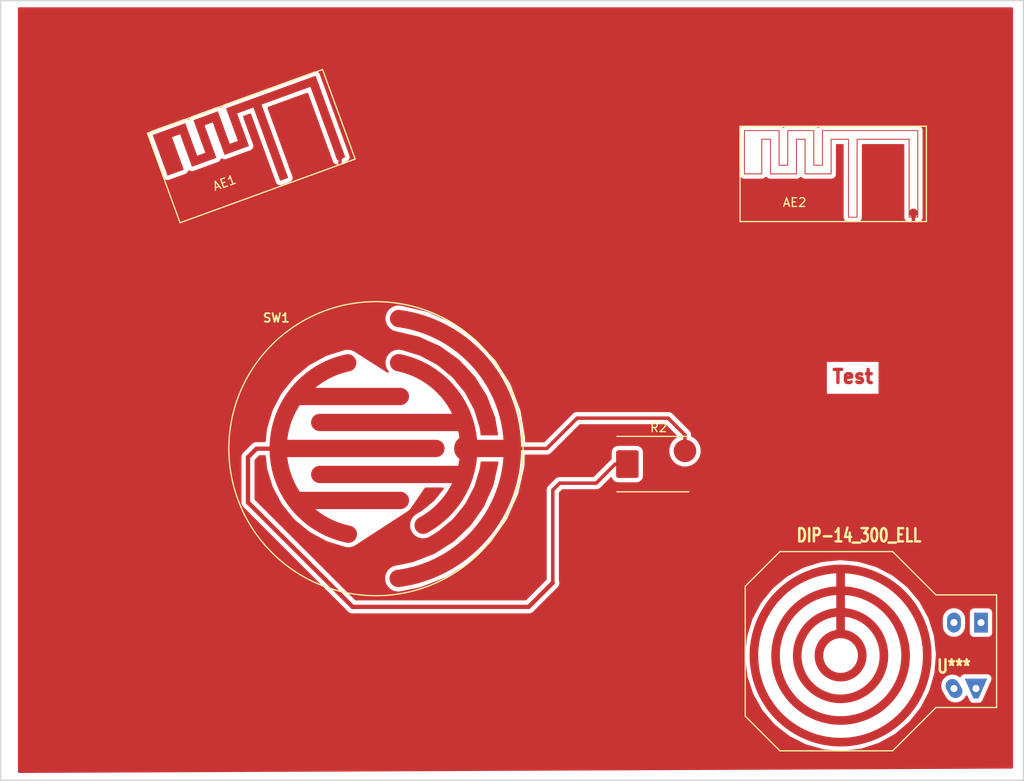
<source format=kicad_pcb>
(kicad_pcb (version 20201002) (generator pcbnew)

  (general
    (thickness 1.6)
  )

  (paper "A4")
  (layers
    (0 "F.Cu" signal)
    (31 "B.Cu" signal)
    (32 "B.Adhes" user "B.Adhesive")
    (33 "F.Adhes" user "F.Adhesive")
    (34 "B.Paste" user)
    (35 "F.Paste" user)
    (36 "B.SilkS" user "B.Silkscreen")
    (37 "F.SilkS" user "F.Silkscreen")
    (38 "B.Mask" user)
    (39 "F.Mask" user)
    (40 "Dwgs.User" user "User.Drawings")
    (41 "Cmts.User" user "User.Comments")
    (42 "Eco1.User" user "User.Eco1")
    (43 "Eco2.User" user "User.Eco2")
    (44 "Edge.Cuts" user)
    (45 "Margin" user)
    (46 "B.CrtYd" user "B.Courtyard")
    (47 "F.CrtYd" user "F.Courtyard")
    (48 "B.Fab" user)
    (49 "F.Fab" user)
  )

  (setup
    (pcbplotparams
      (layerselection 0x00000fc_ffffffff)
      (disableapertmacros false)
      (usegerberextensions false)
      (usegerberattributes true)
      (usegerberadvancedattributes true)
      (creategerberjobfile true)
      (svguseinch false)
      (svgprecision 6)
      (excludeedgelayer true)
      (plotframeref false)
      (viasonmask false)
      (mode 1)
      (useauxorigin false)
      (hpglpennumber 1)
      (hpglpenspeed 20)
      (hpglpendiameter 15.000000)
      (psnegative false)
      (psa4output false)
      (plotreference true)
      (plotvalue true)
      (plotinvisibletext false)
      (sketchpadsonfab false)
      (subtractmaskfromsilk false)
      (outputformat 1)
      (mirror false)
      (drillshape 0)
      (scaleselection 1)
      (outputdirectory "plots")
    )
  )


  (net 0 "")
  (net 1 "/PAD2")
  (net 2 "/PAD1")
  (net 3 "GND")

  (module "Diodes_SMD:DO-214AB" (layer "F.Cu") (tedit 589B2E08) (tstamp 00000000-0000-0000-0000-000056a72d3c)
    (at 136.9 101.5)
    (descr "Jedec DO-214AB diode package. Designed according to Fairchild SS32 datasheet.")
    (tags "DO-214AB diode")
    (property "Fichier de feuille" "F:/kicad-launchpad/git_testing/demos/custom_pads_test/custom_pads_test.kicad_sch")
    (property "Nom feuille" "")
    (path "/00000000-0000-0000-0000-000056a7cec8")
    (attr smd)
    (fp_text reference "R2" (at 0 -4.2) (layer "F.SilkS")
      (effects (font (size 1 1) (thickness 0.15)))
      (tstamp de2100d3-55b6-425b-a27b-a1a4a76229bc)
    )
    (fp_text value "R" (at 0 4.6) (layer "F.Fab")
      (effects (font (size 1 1) (thickness 0.15)))
      (tstamp d0509ab7-7859-40fd-9a86-9754ca5045fe)
    )
    (fp_line (start -4.8 -3.2) (end 3.5 -3.2) (layer "F.SilkS") (width 0.15) (tstamp 2e4d7a62-4d1e-45b4-8452-6f65655e523a))
    (fp_line (start 3.5 3.2) (end -4.8 3.2) (layer "F.SilkS") (width 0.15) (tstamp 368ca473-4ad6-4d0c-8ea7-0e20cafd8f76))
    (fp_line (start 5.15 -3.45) (end 5.15 3.45) (layer "F.CrtYd") (width 0.05) (tstamp 55af1cb6-a300-482a-bcc3-8882399a6405))
    (fp_line (start -5.15 -3.45) (end 5.15 -3.45) (layer "F.CrtYd") (width 0.05) (tstamp a23a9e4a-d578-4a61-aebd-3b784bb4c15b))
    (fp_line (start -5.15 3.45) (end -5.15 -3.45) (layer "F.CrtYd") (width 0.05) (tstamp a558bd07-bfbb-4fb2-8b4b-19f3dd3be689))
    (fp_line (start 5.15 3.45) (end -5.15 3.45) (layer "F.CrtYd") (width 0.05) (tstamp f465c116-6d10-41fa-8854-a1652dd407ec))
    (pad "1" smd roundrect (at -3.6 0) (size 2.6 3.2) (layers "F.Cu" "F.Paste" "F.Mask") (roundrect_rratio 0.1)
      (net 2 "/PAD1") (tstamp e3f0124b-3317-4dc7-b0b2-c080fd0f8fdd))
    (pad "2" smd circle (at 3.048 -1.524) (size 2.6 2.6) (layers "F.Cu" "F.Paste" "F.Mask")
      (net 1 "/PAD2") (tstamp fe3cd681-ffb7-42aa-801e-149ba3d2cb73))
    (model "Diodes_SMD.3dshapes/DO-214AB.wrl"
      (offset (xyz 0 0 0))
      (scale (xyz 0.39 0.39 0.39))
      (rotate (xyz 0 0 180))
    )
  )

  (module "Connect:1pin" (layer "F.Cu") (tedit 5A3A4ECB) (tstamp 00000000-0000-0000-0000-000056aa30dc)
    (at 166.3 72.5)
    (descr "module 1 pin (ou trou mecanique de percage)")
    (tags "DEV")
    (property "Fichier de feuille" "F:/kicad-launchpad/git_testing/demos/custom_pads_test/custom_pads_test.kicad_sch")
    (property "Nom feuille" "")
    (path "/00000000-0000-0000-0000-00005a3a4ef2")
    (attr through_hole)
    (fp_text reference "AE2" (at -13.7 -1.2) (layer "F.SilkS")
      (effects (font (size 1 1) (thickness 0.15)))
      (tstamp c8edcf11-adc5-4fcd-bc97-c8e6197d4fac)
    )
    (fp_text value "Antenna" (at 0 2.794) (layer "F.Fab")
      (effects (font (size 1 1) (thickness 0.15)))
      (tstamp 876afae4-0886-4223-980d-2a352da9c926)
    )
    (fp_line (start 1.5 -10) (end 1.5 1) (layer "F.SilkS") (width 0.15) (tstamp 02b9f603-ac5d-4ddb-bfd8-e86affb210c7))
    (fp_line (start -20 -10) (end 1.5 -10) (layer "F.SilkS") (width 0.15) (tstamp 1f5c7846-acf9-4e03-9eb7-38fce345176d))
    (fp_line (start 1.5 1) (end -20 1) (layer "F.SilkS") (width 0.15) (tstamp 35689cd8-5090-4644-bf71-72a08250b9f3))
    (fp_line (start -20 1) (end -20 -10) (layer "F.SilkS") (width 0.15) (tstamp 57d0d3c4-e074-4bbd-b36d-6833b112f7a1))
    (pad "1" smd custom (at 0 0) (size 1 1) (layers "F.Cu" "F.Paste" "F.Mask")
      (net 3 "GND") (pinfunction "A") (zone_connect 0)
      (options (clearance outline) (anchor circle))
      (primitives
        (gr_line (start -0.4928 -8.5) (end -0.4928 0.5) (width 0.1))
        (gr_line (start -6.4928 -8.5) (end -0.4928 -8.5) (width 0.1))
        (gr_line (start -6.4928 0.5) (end -6.4928 -8.5) (width 0.1))
        (gr_line (start -7.4928 0.5) (end -6.4928 0.5) (width 0.1))
        (gr_line (start -7.4928 -8.5) (end -7.4928 0.5) (width 0.1))
        (gr_line (start -9.4928 -8.5) (end -7.4928 -8.5) (width 0.1))
        (gr_line (start -9.4928 -4.5) (end -9.4928 -8.5) (width 0.1))
        (gr_line (start -12.4928 -4.5) (end -9.4928 -4.5) (width 0.1))
        (gr_line (start -12.4928 -8.5) (end -12.4928 -4.5) (width 0.1))
        (gr_line (start -13.4928 -8.5) (end -12.4928 -8.5) (width 0.1))
        (gr_line (start -13.4928 -4.5) (end -13.4928 -8.5) (width 0.1))
        (gr_line (start -16.4928 -4.5) (end -13.4928 -4.5) (width 0.1))
        (gr_line (start -16.4928 -8.5) (end -16.4928 -4.5) (width 0.1))
        (gr_line (start -17.4928 -8.5) (end -16.4928 -8.5) (width 0.1))
        (gr_line (start -17.4928 -4.5) (end -17.4928 -8.5) (width 0.1))
        (gr_line (start -19.4928 -4.5) (end -17.4928 -4.5) (width 0.1))
        (gr_line (start -19.4928 -9.5) (end -19.4928 -4.5) (width 0.1))
        (gr_line (start -15.4928 -9.5) (end -19.4928 -9.5) (width 0.1))
        (gr_line (start -15.4928 -5.5) (end -15.4928 -9.5) (width 0.1))
        (gr_line (start -14.4928 -5.5) (end -15.4928 -5.5) (width 0.1))
        (gr_line (start -14.4928 -9.5) (end -14.4928 -5.5) (width 0.1))
        (gr_line (start -11.4928 -9.5) (end -14.4928 -9.5) (width 0.1))
        (gr_line (start -11.4928 -5.5) (end -11.4928 -9.5) (width 0.1))
        (gr_line (start -10.4928 -5.5) (end -11.4928 -5.5) (width 0.1))
        (gr_line (start -10.4928 -9.5) (end -10.4928 -5.5) (width 0.1))
        (gr_line (start 0.5072 -9.5) (end -10.4928 -9.5) (width 0.1))
        (gr_line (start 0.5072 0.5) (end 0.5072 -9.5) (width 0.1))
        (gr_line (start -0.4928 0.5) (end 0.5072 0.5) (width 0.1))
      ) (tstamp bcc6f2dd-80bf-4722-940f-80c7a7b6c1a5))
  )

  (module "Connect:1pin" (layer "F.Cu") (tedit 5A3A4EC4) (tstamp 00000000-0000-0000-0000-000056aa42fe)
    (at 100.15 65.86 20)
    (descr "module 1 pin (ou trou mecanique de percage)")
    (tags "DEV")
    (property "Fichier de feuille" "F:/kicad-launchpad/git_testing/demos/custom_pads_test/custom_pads_test.kicad_sch")
    (property "Nom feuille" "")
    (path "/00000000-0000-0000-0000-00005a3a4e22")
    (attr through_hole)
    (fp_text reference "AE1" (at -13.619 -1.567 20) (layer "F.SilkS")
      (effects (font (size 1 1) (thickness 0.15)))
      (tstamp 163680b5-3ab9-436d-a44f-a3bfe65c83d4)
    )
    (fp_text value "Antenna" (at -2.2 2.7 20) (layer "F.Fab")
      (effects (font (size 1 1) (thickness 0.15)))
      (tstamp a2fe146d-dd84-478b-9c5e-c437a05c9f28)
    )
    (fp_line (start 1.5 1) (end -20 1) (layer "F.SilkS") (width 0.15) (tstamp 1d11b84c-44b6-4d74-9b5d-4c5c3020628d))
    (fp_line (start -20 1) (end -20 -10) (layer "F.SilkS") (width 0.15) (tstamp 2580a239-08e0-4654-bf70-13d6d44fc1a0))
    (fp_line (start 1.5 -10) (end 1.5 1) (layer "F.SilkS") (width 0.15) (tstamp 4f4e7def-39ad-46cd-8d1d-7079edae758c))
    (fp_line (start -20 -10) (end 1.5 -10) (layer "F.SilkS") (width 0.15) (tstamp 694d1303-a949-4b2c-976c-e1ab2d0e0ed1))
    (pad "1" connect custom (at 0 0 20) (size 1 1) (layers "F.Cu" "F.Mask")
      (net 3 "GND") (pinfunction "A") (zone_connect 0)
      (options (clearance outline) (anchor circle))
      (primitives
        (gr_poly (pts
          (xy 0.5 0.4)
          (xy 0.5 -9.6)
          (xy -10.5 -9.6)
          (xy -10.5 -5.6)
          (xy -11.5 -5.6)
          (xy -11.5 -9.6)
          (xy -14.5 -9.6)
          (xy -14.5 -5.6)
          (xy -15.5 -5.6)
          (xy -15.5 -9.6)
          (xy -19.5 -9.6)
          (xy -19.5 -4.6)
          (xy -17.5 -4.6)
          (xy -17.5 -8.6)
          (xy -16.5 -8.6)
          (xy -16.5 -4.6)
          (xy -13.5 -4.6)
          (xy -13.5 -8.6)
          (xy -12.5 -8.6)
          (xy -12.5 -4.6)
          (xy -9.5 -4.6)
          (xy -9.5 -8.6)
          (xy -7.5 -8.6)
          (xy -7.5 0.4)
          (xy -6.5 0.4)
          (xy -6.5 -8.6)
          (xy -0.5 -8.6)
          (xy -0.5 0.4)
) (width 0))
      ) (tstamp 5150cb9a-4460-48a1-86c8-d0e0ab2d9fb8))
  )

  (module "Dip_sockets:DIP-14__300_ELL" (layer "F.Cu") (tedit 5FA7A65C) (tstamp 00000000-0000-0000-0000-000056ae982a)
    (at 165.9 123.6 180)
    (descr "14 pins DIL package, elliptical pads")
    (tags "DIL")
    (attr through_hole)
    (fp_text reference "U***" (at -5.08 -1.27 180) (layer "F.SilkS")
      (effects (font (size 1.524 1.143) (thickness 0.3048)))
      (tstamp 15af5b2f-bf82-4aa6-ba85-4efe18644fe3)
    )
    (fp_text value "DIP-14_300_ELL" (at 5.88 13.872 180) (layer "F.SilkS")
      (effects (font (size 1.524 1.143) (thickness 0.3048)))
      (tstamp 2c7881eb-1e54-457d-920a-5d6bd3250401)
    )
    (fp_line (start 19 -7) (end 19 8) (layer "F.SilkS") (width 0.15) (tstamp 0fcd879e-6bc4-44e8-aa6c-73b1d216c83b))
    (fp_line (start -3 -6) (end 2 -11) (layer "F.SilkS") (width 0.15) (tstamp 1c8c01fa-3685-476f-8f66-846e3555da93))
    (fp_line (start -10 -6) (end -9 -6) (layer "F.SilkS") (width 0.15) (tstamp 2183cd53-3ac8-4a71-811c-7a6845613094))
    (fp_line (start 2 12) (end -3 7) (layer "F.SilkS") (width 0.15) (tstamp 22b9c7a5-b456-40cc-b605-3eafffb19569))
    (fp_line (start -3 7) (end -10 7) (layer "F.SilkS") (width 0.15) (tstamp 244c5ad4-7ed0-4fc5-8bc3-9ff5734bb3d0))
    (fp_line (start 19 8) (end 15 12) (layer "F.SilkS") (width 0.15) (tstamp 413dd383-65d8-4426-bf99-122ec14a0575))
    (fp_line (start -10 7) (end -10 -6) (layer "F.SilkS") (width 0.15) (tstamp 6251e1c0-d9bb-41da-b527-8f59e66c503d))
    (fp_line (start 2 -11) (end 15 -11) (layer "F.SilkS") (width 0.15) (tstamp 9d4995b5-44f6-493d-b84b-0b23e8984298))
    (fp_line (start 15 -11) (end 19 -7) (layer "F.SilkS") (width 0.15) (tstamp bd36ba8c-cd31-4d29-8d58-6a2d95b7820a))
    (fp_line (start -9 -6) (end -3 -6) (layer "F.SilkS") (width 0.15) (tstamp cbb8f0a8-0143-42de-b690-78b119496264))
    (fp_line (start 15 12) (end 2 12) (layer "F.SilkS") (width 0.15) (tstamp d1d39943-c425-40dd-9f1a-00cb79790afa))
    (fp_line (start -10 -11) (end 19 -11) (layer "F.CrtYd") (width 0.15) (tstamp 1f763370-8650-4a9e-8070-787d88e5e363))
    (fp_line (start 19 12) (end -10 12) (layer "F.CrtYd") (width 0.15) (tstamp b93f815c-17d4-4351-8042-69a2b147ec33))
    (fp_line (start -10 12) (end -10 -11) (layer "F.CrtYd") (width 0.15) (tstamp dffc2a69-3cc5-4931-9a04-a7a94b60acae))
    (fp_line (start 19 -11) (end 19 12) (layer "F.CrtYd") (width 0.15) (tstamp e175a9d4-f0f5-4709-8aee-b2747ff96f9f))
    (pad "1" thru_hole rect (at -8.2 3.8 180) (size 1.5748 2.286) (drill 0.8128) (layers *.Cu *.Mask) (tstamp 1e91853f-6c5f-4cc6-a47e-d3161b54c610))
    (pad "2" thru_hole oval (at -5.08 3.81 180) (size 1.5748 2.286) (drill 0.8128) (layers *.Cu *.Mask) (tstamp 0d5e85a5-c072-4f46-a662-c5fb6161ef8f))
    (pad "3" thru_hole trapezoid (at -7.62 -3.81 180) (size 1.5748 2.286) (rect_delta 0 1 ) (drill 0.8128) (layers *.Cu *.Mask) (tstamp 3f42c680-b719-426b-b2fb-d61cf259bfb3))
    (pad "4" thru_hole oval (at -5.08 -3.81 210) (size 1.5748 2.286) (drill 0.8128) (layers *.Cu *.Mask) (tstamp 4af71947-2ca9-4a35-8d94-d83c2875314a))
    (pad "5" connect custom (at 8 10 180) (size 1 1) (layers "F.Cu" "F.Mask")
      (zone_connect 0)
      (options (clearance convexhull) (anchor circle))
      (primitives
        (gr_circle (center 0 -10) (end 2.5 -10) (width 1))
        (gr_circle (center 0 -10) (end 5 -10) (width 1))
        (gr_circle (center 0 -10) (end 7.5 -10) (width 1))
        (gr_circle (center 0 -10) (end 10 -10) (width 1))
        (gr_line (start 0 0) (end 0 -7.5) (width 1))
      ) (tstamp 64ca7b2a-82c2-44ce-8527-915fc72118c5))
    (model "dil/dil_14.wrl"
      (offset (xyz 0 0 0))
      (scale (xyz 1 1 1))
      (rotate (xyz 0 0 0))
    )
  )

  (module "Discret:C2" (layer "F.Cu") (tedit 5FA7A677) (tstamp 00000000-0000-0000-0000-00005a34c6d0)
    (at 104.299 99.72)
    (descr "Condensateur = 2 pas")
    (tags "C")
    (property "Fichier de feuille" "F:/kicad-launchpad/git_testing/demos/custom_pads_test/custom_pads_test.kicad_sch")
    (property "Nom feuille" "")
    (path "/00000000-0000-0000-0000-000056a7ce3b")
    (attr through_hole)
    (fp_text reference "SW1" (at -11.5 -15.1) (layer "F.SilkS")
      (effects (font (size 1 1) (thickness 0.2)))
      (tstamp 8c61c2ff-7012-4f08-8c1e-7592f8a04078)
    )
    (fp_text value "R" (at -13.4 14) (layer "F.SilkS") hide
      (effects (font (size 1.016 1.016) (thickness 0.2032)))
      (tstamp 568fb520-e5f6-488a-b782-888ec7446c40)
    )
    (fp_circle (center 0 0) (end 12.065 -11.938) (layer "F.SilkS") (width 0.15) (tstamp 52c9dc8b-6eb8-44d3-a510-e3324e0b255c))
    (fp_circle (center 0 0) (end 17 3) (layer "F.CrtYd") (width 0.05) (tstamp 1248037b-11d3-4c38-8376-e53640d036fe))
    (pad "1" connect custom (at -11.081 -0.025 90) (size 1.397 1.397) (layers "F.Cu" "F.Mask")
      (net 2 "/PAD1") (pinfunction "1") (solder_mask_margin 0.5) (zone_connect 0)
      (options (clearance convexhull) (anchor rect))
      (primitives
        (gr_line (start 6 1.9) (end 6 13.9) (width 2))
        (gr_line (start -6 1.9) (end -6 13.9) (width 2))
        (gr_line (start 0 -0.1) (end 0 18) (width 2))
        (gr_arc (start 0 9.9) (end -9.9 7.9) (angle 156.7) (width 2))
      ) (tstamp 9dfd1559-092f-422f-8584-fa1222c0bee4))
    (pad "2" connect custom (at 10.509 -0.025 270) (size 3 3) (layers "F.Cu" "F.Mask")
      (net 1 "/PAD2") (pinfunction "2") (zone_connect 0)
      (options (clearance outline) (anchor circle))
      (primitives
        (gr_line (start 3 0.5) (end 3 17) (width 2))
        (gr_line (start -3 0.5) (end -3 17) (width 2))
        (gr_arc (start 0 9.9) (end -9.9 7.9) (angle 140) (width 2))
        (gr_arc (start 0 9.9) (end -15 7.9) (angle 165) (width 2))
        (gr_line (start 0 0) (end 0 -5) (width 2))
      ) (tstamp 31428916-6fae-4042-b09c-498b9cbc46b9))
    (model "discret/capa_2pas_5x5mm.wrl"
      (offset (xyz 0 0 0))
      (scale (xyz 1 1 1))
      (rotate (xyz 0 0 0))
    )
  )

  (gr_line (start 179 48) (end 179 138) (angle 90) (layer "Edge.Cuts") (width 0.15) (tstamp 120fbcea-b755-47f8-b771-a07ce53071ec))
  (gr_line (start 179 138) (end 61 138) (angle 90) (layer "Edge.Cuts") (width 0.15) (tstamp a79cc7bd-9944-45e3-8f39-80b9620848be))
  (gr_line (start 61 48) (end 179 48) (angle 90) (layer "Edge.Cuts") (width 0.15) (tstamp b831241d-7d86-4fcf-8746-26e8254bb2fd))
  (gr_line (start 61 138) (end 61 48) (angle 90) (layer "Edge.Cuts") (width 0.15) (tstamp fe9dd4af-9c39-4231-b588-395a35cc7f25))
  (gr_text "Test" (at 159.3 91.4) (layer "F.Cu") (tstamp e2ecccdd-5374-4255-9fc5-749bd4111d55)
    (effects (font (size 1.524 1.524) (thickness 0.381)))
  )

  (segment (start 139.948 98.137523) (end 138.010477 96.2) (width 0.4) (layer "F.Cu") (net 1) (tstamp 3c4c8974-dc25-4db9-aa2a-4ed0a16cbaf0))
  (segment (start 114.808 99.695) (end 124.005 99.695) (width 0.4) (layer "F.Cu") (net 1) (tstamp 41583af5-0808-43d7-b74a-1262736c55e5))
  (segment (start 138.010477 96.2) (end 127.5 96.2) (width 0.4) (layer "F.Cu") (net 1) (tstamp 7a3db219-e644-40f8-996e-014cd05854d3))
  (segment (start 139.948 99.976) (end 139.948 98.137523) (width 0.4) (layer "F.Cu") (net 1) (tstamp 921351a4-f72b-496b-84fe-ff9a0b72517a))
  (segment (start 124.005 99.695) (end 127.5 96.2) (width 0.4) (layer "F.Cu") (net 1) (tstamp edb56942-b174-4ee2-a19d-ea33e97dd2a7))
  (segment (start 101.6 117.983) (end 89.535 105.918) (width 0.5) (layer "F.Cu") (net 2) (tstamp 03375717-d09a-4096-9cb6-bf7df7a42644))
  (segment (start 129.7 103.7) (end 125.5 103.7) (width 0.4) (layer "F.Cu") (net 2) (tstamp 3081fa0a-4d65-47a2-870c-a97bd3d1977c))
  (segment (start 125.5 103.7) (end 124.7 104.5) (width 0.4) (layer "F.Cu") (net 2) (tstamp 545085a2-c6b5-4fbb-8687-ee74f5768db2))
  (segment (start 90.526 99.72) (end 93.799 99.72) (width 0.5) (layer "F.Cu") (net 2) (tstamp 65e33c1f-2551-4df8-a1b5-60cc5ccdcbf2))
  (segment (start 121.917 117.983) (end 101.6 117.983) (width 0.5) (layer "F.Cu") (net 2) (tstamp 6f89a5aa-a724-46a5-86b1-1e75c15551a2))
  (segment (start 89.535 105.918) (end 89.535 100.711) (width 0.5) (layer "F.Cu") (net 2) (tstamp 8b4f0a4c-c9bb-4069-8b39-69f667d0842a))
  (segment (start 131.9 101.5) (end 129.7 103.7) (width 0.4) (layer "F.Cu") (net 2) (tstamp 8d567c8c-d00d-4a38-8d2d-25fa7e780c21))
  (segment (start 89.535 100.711) (end 90.526 99.72) (width 0.5) (layer "F.Cu") (net 2) (tstamp addd9e3a-5bd2-4031-bb08-be6a5bb3e739))
  (segment (start 133.3 101.5) (end 131.9 101.5) (width 0.4) (layer "F.Cu") (net 2) (tstamp b232ee1d-3825-4de1-8640-5ad715ebee41))
  (segment (start 124.7 104.5) (end 124.7 115.2) (width 0.4) (layer "F.Cu") (net 2) (tstamp b587d590-b6c2-4cc5-8127-9df659807a58))
  (segment (start 124.7 115.2) (end 121.917 117.983) (width 0.5) (layer "F.Cu") (net 2) (tstamp be937489-9b2c-4ec8-bb6d-98f17528853c))
  (segment (start 166.3 72.5) (end 166.3 75.5) (width 0.4) (layer "F.Cu") (net 3) (tstamp 3f093b54-021d-4128-8235-4f0422aa010a))
  (segment (start 100.15 68.65) (end 101.6 70.1) (width 0.4) (layer "F.Cu") (net 3) (tstamp bebda3b9-2f85-4820-90c2-b0d9f81dad34))
  (segment (start 100.15 65.86) (end 100.15 68.65) (width 0.4) (layer "F.Cu") (net 3) (tstamp d834623e-ba1c-44ce-a736-0ca7b9e96add))

  (zone (net 3) (net_name "GND") (layer "F.Cu") (tstamp 00000000-0000-0000-0000-0000589b2db1) (hatch edge 0.508)
    (connect_pads (clearance 0.5))
    (min_thickness 0.254)
    (fill yes (thermal_gap 0.508) (thermal_bridge_width 0.508))
    (polygon
      (pts
        (xy 62.992 48.768)
        (xy 177.8 48.768)
        (xy 177.8 136.652)
        (xy 62.992 137.16)
      )
    )
    (filled_polygon
      (layer "F.Cu")
      (pts
        (xy 177.673 136.52556)
        (xy 63.119 137.032437)
        (xy 63.119 123.608797)
        (xy 146.770027 123.608797)
        (xy 146.774121 123.901974)
        (xy 146.779028 123.972141)
        (xy 147.035866 126.005223)
        (xy 147.063108 126.125129)
        (xy 147.709949 128.069605)
        (xy 147.759962 128.181935)
        (xy 148.772168 129.963739)
        (xy 148.843046 130.064216)
        (xy 150.182062 131.615482)
        (xy 150.271107 131.700279)
        (xy 151.885931 132.961917)
        (xy 151.989751 133.027802)
        (xy 153.818874 133.951759)
        (xy 153.933514 133.996225)
        (xy 155.907266 134.547306)
        (xy 156.028358 134.568658)
        (xy 158.071559 134.725874)
        (xy 158.194493 134.723299)
        (xy 160.229319 134.480661)
        (xy 160.349412 134.454257)
        (xy 162.298356 133.821007)
        (xy 162.411033 133.77178)
        (xy 164.19986 132.772038)
        (xy 164.30083 132.701862)
        (xy 165.861406 131.373708)
        (xy 165.946822 131.285257)
        (xy 167.219703 129.67928)
        (xy 167.286311 129.575923)
        (xy 168.223015 127.753295)
        (xy 168.268281 127.638969)
        (xy 168.448896 127.009087)
        (xy 169.384001 127.009087)
        (xy 169.393117 127.287549)
        (xy 169.456383 127.558883)
        (xy 169.542555 127.74907)
        (xy 169.967633 128.485328)
        (xy 170.089253 128.655049)
        (xy 170.292602 128.845506)
        (xy 170.5292 128.992632)
        (xy 170.789955 129.090775)
        (xy 171.064845 129.136158)
        (xy 171.343308 129.127043)
        (xy 171.614642 129.063777)
        (xy 171.868421 128.948792)
        (xy 172.09489 128.786506)
        (xy 172.285347 128.583157)
        (xy 172.432473 128.346559)
        (xy 172.442714 128.31935)
        (xy 172.655379 128.805503)
        (xy 172.708747 128.903028)
        (xy 172.787099 128.998501)
        (xy 172.882572 129.076853)
        (xy 172.991497 129.135075)
        (xy 173.109687 129.170927)
        (xy 173.2326 129.183033)
        (xy 173.8074 129.183033)
        (xy 173.918139 129.173225)
        (xy 174.037011 129.139703)
        (xy 174.147059 129.083635)
        (xy 174.244054 129.007175)
        (xy 174.324269 128.913261)
        (xy 174.384621 128.805503)
        (xy 175.384621 126.519503)
        (xy 175.425327 126.389913)
        (xy 175.437433 126.267)
        (xy 175.425327 126.144087)
        (xy 175.389475 126.025897)
        (xy 175.331253 125.916972)
        (xy 175.252901 125.821499)
        (xy 175.157428 125.743147)
        (xy 175.048503 125.684925)
        (xy 174.930313 125.649073)
        (xy 174.8074 125.636967)
        (xy 172.2326 125.636967)
        (xy 172.097559 125.651609)
        (xy 171.980097 125.689779)
        (xy 171.872339 125.750131)
        (xy 171.778425 125.830346)
        (xy 171.701965 125.927341)
        (xy 171.674535 125.981179)
        (xy 171.667398 125.974494)
        (xy 171.4308 125.827368)
        (xy 171.170045 125.729226)
        (xy 170.895154 125.683842)
        (xy 170.616692 125.692958)
        (xy 170.345358 125.756224)
        (xy 170.09158 125.871209)
        (xy 169.86511 126.033494)
        (xy 169.674653 126.236843)
        (xy 169.527527 126.473441)
        (xy 169.429385 126.734196)
        (xy 169.384001 127.009087)
        (xy 168.448896 127.009087)
        (xy 168.833128 125.669112)
        (xy 168.855324 125.548171)
        (xy 169.003354 123.785359)
        (xy 169.026802 123.506115)
        (xy 169.025085 123.383168)
        (xy 168.796658 121.346698)
        (xy 168.771092 121.226424)
        (xy 168.180589 119.364922)
        (xy 169.5656 119.364922)
        (xy 169.5656 120.215077)
        (xy 169.586066 120.42287)
        (xy 169.666943 120.689485)
        (xy 169.79828 120.935199)
        (xy 169.975029 121.15057)
        (xy 170.1904 121.32732)
        (xy 170.436114 121.458657)
        (xy 170.702729 121.539534)
        (xy 170.98 121.566843)
        (xy 171.25727 121.539534)
        (xy 171.523885 121.458657)
        (xy 171.769599 121.32732)
        (xy 171.98497 121.150571)
        (xy 172.16172 120.9352)
        (xy 172.293057 120.689486)
        (xy 172.373934 120.422871)
        (xy 172.3944 120.215078)
        (xy 172.3944 119.364923)
        (xy 172.373934 119.15713)
        (xy 172.293057 118.890514)
        (xy 172.168242 118.657)
        (xy 172.682567 118.657)
        (xy 172.682567 120.943)
        (xy 172.694673 121.065913)
        (xy 172.730525 121.184103)
        (xy 172.788747 121.293028)
        (xy 172.867099 121.388501)
        (xy 172.962572 121.466853)
        (xy 173.071497 121.525075)
        (xy 173.189687 121.560927)
        (xy 173.3126 121.573033)
        (xy 174.8874 121.573033)
        (xy 175.010313 121.560927)
        (xy 175.128503 121.525075)
        (xy 175.237428 121.466853)
        (xy 175.332901 121.388501)
        (xy 175.411253 121.293028)
        (xy 175.469475 121.184103)
        (xy 175.505327 121.065913)
        (xy 175.517433 120.943)
        (xy 175.517433 118.657)
        (xy 175.505327 118.534087)
        (xy 175.469475 118.415897)
        (xy 175.411253 118.306972)
        (xy 175.332901 118.211499)
        (xy 175.237428 118.133147)
        (xy 175.128503 118.074925)
        (xy 175.010313 118.039073)
        (xy 174.8874 118.026967)
        (xy 173.3126 118.026967)
        (xy 173.189687 118.039073)
        (xy 173.071497 118.074925)
        (xy 172.962572 118.133147)
        (xy 172.867099 118.211499)
        (xy 172.788747 118.306972)
        (xy 172.730525 118.415897)
        (xy 172.694673 118.534087)
        (xy 172.682567 118.657)
        (xy 172.168242 118.657)
        (xy 172.16172 118.6448)
        (xy 171.984971 118.429429)
        (xy 171.7696 118.25268)
        (xy 171.523886 118.121343)
        (xy 171.257271 118.040466)
        (xy 170.98 118.013157)
        (xy 170.70273 118.040466)
        (xy 170.436115 118.121343)
        (xy 170.190401 118.25268)
        (xy 169.97503 118.429429)
        (xy 169.79828 118.6448)
        (xy 169.666943 118.890514)
        (xy 169.586066 119.157129)
        (xy 169.5656 119.364922)
        (xy 168.180589 119.364922)
        (xy 168.151463 119.273107)
        (xy 168.103024 119.160089)
        (xy 167.115795 117.364325)
        (xy 167.046326 117.262868)
        (xy 165.729099 115.693059)
        (xy 165.641247 115.607028)
        (xy 164.044196 114.322966)
        (xy 163.941306 114.255637)
        (xy 162.125261 113.306232)
        (xy 162.011254 113.26017)
        (xy 160.045389 112.681584)
        (xy 159.924606 112.658543)
        (xy 157.969346 112.473429)
        (xy 157.949009 112.472374)
        (xy 157.850991 112.472374)
        (xy 157.760841 112.473673)
        (xy 155.722826 112.687877)
        (xy 155.602376 112.712602)
        (xy 153.64478 113.318579)
        (xy 153.531427 113.366228)
        (xy 151.728816 114.340896)
        (xy 151.626876 114.409655)
        (xy 150.047908 115.715891)
        (xy 149.961266 115.803141)
        (xy 148.666086 117.391189)
        (xy 148.59804 117.493606)
        (xy 147.63598 119.302978)
        (xy 147.589123 119.416661)
        (xy 146.996827 121.378439)
        (xy 146.972944 121.499058)
        (xy 146.772973 123.538519)
        (xy 146.770027 123.608797)
        (xy 63.119 123.608797)
        (xy 63.119 100.711)
        (xy 88.653757 100.711)
        (xy 88.658001 100.754089)
        (xy 88.658 105.87492)
        (xy 88.653757 105.918)
        (xy 88.67069 106.089922)
        (xy 88.720838 106.255236)
        (xy 88.802273 106.407591)
        (xy 88.911867 106.541133)
        (xy 88.945332 106.568597)
        (xy 100.949403 118.572668)
        (xy 100.976867 118.606133)
        (xy 101.110408 118.715727)
        (xy 101.262763 118.797162)
        (xy 101.428077 118.84731)
        (xy 101.6 118.864243)
        (xy 101.643079 118.86)
        (xy 121.873921 118.86)
        (xy 121.917 118.864243)
        (xy 121.960079 118.86)
        (xy 122.088922 118.84731)
        (xy 122.254237 118.797162)
        (xy 122.406592 118.715727)
        (xy 122.540133 118.606133)
        (xy 122.567597 118.572668)
        (xy 125.350593 115.789672)
        (xy 125.432726 115.689593)
        (xy 125.514161 115.537238)
        (xy 125.564309 115.371923)
        (xy 125.581242 115.200001)
        (xy 125.564309 115.028078)
        (xy 125.527 114.905088)
        (xy 125.527 104.842553)
        (xy 125.842554 104.527)
        (xy 129.659386 104.527)
        (xy 129.7 104.531)
        (xy 129.740614 104.527)
        (xy 129.740624 104.527)
        (xy 129.86212 104.515034)
        (xy 130.01801 104.467745)
        (xy 130.161679 104.390952)
        (xy 130.287606 104.287606)
        (xy 130.313505 104.256048)
        (xy 131.426367 103.143186)
        (xy 131.437717 103.180601)
        (xy 131.519965 103.334476)
        (xy 131.630652 103.469348)
        (xy 131.765524 103.580035)
        (xy 131.919399 103.662283)
        (xy 132.086363 103.712931)
        (xy 132.26 103.730033)
        (xy 134.34 103.730033)
        (xy 134.513637 103.712931)
        (xy 134.680601 103.662283)
        (xy 134.834476 103.580035)
        (xy 134.969348 103.469348)
        (xy 135.080035 103.334476)
        (xy 135.162283 103.180601)
        (xy 135.212931 103.013637)
        (xy 135.230033 102.84)
        (xy 135.230033 100.16)
        (xy 135.212931 99.986363)
        (xy 135.162283 99.819399)
        (xy 135.080035 99.665524)
        (xy 134.969348 99.530652)
        (xy 134.834476 99.419965)
        (xy 134.680601 99.337717)
        (xy 134.513637 99.287069)
        (xy 134.34 99.269967)
        (xy 132.26 99.269967)
        (xy 132.086363 99.287069)
        (xy 131.919399 99.337717)
        (xy 131.765524 99.419965)
        (xy 131.630652 99.530652)
        (xy 131.519965 99.665524)
        (xy 131.437717 99.819399)
        (xy 131.387069 99.986363)
        (xy 131.369967 100.16)
        (xy 131.369967 100.865145)
        (xy 131.343948 100.886498)
        (xy 131.312394 100.912394)
        (xy 131.286499 100.943947)
        (xy 129.357447 102.873)
        (xy 125.540614 102.873)
        (xy 125.5 102.869)
        (xy 125.459386 102.873)
        (xy 125.459376 102.873)
        (xy 125.33788 102.884966)
        (xy 125.18199 102.932255)
        (xy 125.168464 102.939485)
        (xy 125.03832 103.009048)
        (xy 124.975914 103.060264)
        (xy 124.912394 103.112394)
        (xy 124.886499 103.143947)
        (xy 124.143952 103.886495)
        (xy 124.112394 103.912394)
        (xy 124.086498 103.943949)
        (xy 124.009048 104.038321)
        (xy 123.990931 104.072216)
        (xy 123.932255 104.181991)
        (xy 123.884966 104.337881)
        (xy 123.873 104.459377)
        (xy 123.873 104.459386)
        (xy 123.869 104.5)
        (xy 123.873 104.540614)
        (xy 123.873001 114.786734)
        (xy 121.553735 117.106)
        (xy 101.963265 117.106)
        (xy 90.412 105.554735)
        (xy 90.412 101.074265)
        (xy 90.889265 100.597)
        (xy 91.467784 100.597)
        (xy 91.594774 101.851804)
        (xy 91.603956 101.912673)
        (xy 91.636801 102.081977)
        (xy 91.652285 102.146086)
        (xy 91.656269 102.159468)
        (xy 91.657538 102.163677)
        (xy 92.233156 104.048934)
        (xy 92.253986 104.106858)
        (xy 92.319092 104.266565)
        (xy 92.346747 104.32647)
        (xy 92.353255 104.338823)
        (xy 92.355303 104.342678)
        (xy 93.286141 106.080225)
        (xy 93.317824 106.132999)
        (xy 93.412712 106.27702)
        (xy 93.45146 106.330392)
        (xy 93.460243 106.341246)
        (xy 93.463016 106.344649)
        (xy 94.713617 107.868304)
        (xy 94.754948 107.91392)
        (xy 94.875998 108.036764)
        (xy 94.924387 108.081604)
        (xy 94.935111 108.090545)
        (xy 94.938482 108.093337)
        (xy 96.461213 109.345065)
        (xy 96.510617 109.381783)
        (xy 96.653226 109.478778)
        (xy 96.709403 109.513365)
        (xy 96.72166 109.520053)
        (xy 96.725507 109.522135)
        (xy 98.462366 110.454257)
        (xy 98.517962 110.480681)
        (xy 98.676693 110.548128)
        (xy 98.738506 110.571142)
        (xy 98.751828 110.575322)
        (xy 98.756018 110.57662)
        (xy 100.640847 111.153633)
        (xy 100.700517 111.168755)
        (xy 100.891818 111.207401)
        (xy 101.014141 111.219872)
        (xy 101.209306 111.220626)
        (xy 101.331729 111.2091)
        (xy 101.523323 111.171931)
        (xy 101.641169 111.136847)
        (xy 101.821894 111.063173)
        (xy 101.930686 111.005865)
        (xy 107.967174 107.084208)
        (xy 108.069592 107.016162)
        (xy 108.220834 106.892812)
        (xy 108.308083 106.806171)
        (xy 108.432487 106.655793)
        (xy 110.025172 104.325034)
        (xy 111.987153 104.325034)
        (xy 111.970886 104.35586)
        (xy 110.931072 105.638953)
        (xy 109.631009 106.72131)
        (xy 108.890759 107.172784)
        (xy 108.839835 107.207365)
        (xy 108.683926 107.324761)
        (xy 108.593385 107.407956)
        (xy 108.463247 107.553399)
        (xy 108.390591 107.652594)
        (xy 108.29118 107.820545)
        (xy 108.239171 107.93197)
        (xy 108.174277 108.11603)
        (xy 108.144903 108.23543)
        (xy 108.116995 108.428591)
        (xy 108.111371 108.551424)
        (xy 108.121513 108.746325)
        (xy 108.139855 108.867911)
        (xy 108.187661 109.057132)
        (xy 108.22927 109.172838)
        (xy 108.312918 109.349169)
        (xy 108.37621 109.454592)
        (xy 108.492515 109.611317)
        (xy 108.575074 109.702435)
        (xy 108.719605 109.833586)
        (xy 108.818297 109.906938)
        (xy 108.98555 110.007517)
        (xy 109.096603 110.060299)
        (xy 109.280206 110.126477)
        (xy 109.399398 110.156684)
        (xy 109.592358 110.18594)
        (xy 109.715149 110.192421)
        (xy 109.910118 110.18364)
        (xy 110.031828 110.166147)
        (xy 110.221377 110.119664)
        (xy 110.337372 110.078865)
        (xy 110.514283 109.99645)
        (xy 110.57256 109.965488)
        (xy 110.584531 109.9583)
        (xy 110.588257 109.956045)
        (xy 111.430702 109.442242)
        (xy 111.481628 109.407661)
        (xy 111.518777 109.379689)
        (xy 111.557611 109.354103)
        (xy 111.610736 109.314964)
        (xy 111.621528 109.306105)
        (xy 111.62489 109.303326)
        (xy 113.139777 108.042119)
        (xy 113.185102 108.000471)
        (xy 113.24566 107.939107)
        (xy 113.3071 107.878564)
        (xy 113.351596 107.82987)
        (xy 113.360462 107.819084)
        (xy 113.363235 107.815687)
        (xy 114.604302 106.284255)
        (xy 114.640674 106.234598)
        (xy 114.688162 106.162637)
        (xy 114.736673 106.091311)
        (xy 114.770857 106.034913)
        (xy 114.777459 106.022611)
        (xy 114.779522 106.018733)
        (xy 115.699496 104.27541)
        (xy 115.725531 104.219633)
        (xy 115.758133 104.139829)
        (xy 115.791869 104.060434)
        (xy 115.81445 103.998462)
        (xy 115.818537 103.985111)
        (xy 115.819807 103.98091)
        (xy 116.383647 102.092097)
        (xy 116.398353 102.032322)
        (xy 116.414839 101.947673)
        (xy 116.432504 101.863273)
        (xy 116.442617 101.798101)
        (xy 116.444033 101.784211)
        (xy 116.444464 101.779837)
        (xy 116.487625 101.325034)
        (xy 118.298314 101.325034)
        (xy 118.296642 101.38511)
        (xy 117.713382 103.953448)
        (xy 116.642365 106.359599)
        (xy 115.124389 108.511893)
        (xy 113.217285 110.328342)
        (xy 110.993667 111.739784)
        (xy 108.5182 112.700222)
        (xy 106.533309 113.104245)
        (xy 106.473663 113.119454)
        (xy 106.287131 113.176858)
        (xy 106.1737 113.22432)
        (xy 106.001869 113.316862)
        (xy 105.899817 113.385452)
        (xy 105.749233 113.509607)
        (xy 105.662444 113.596715)
        (xy 105.538845 113.747753)
        (xy 105.470632 113.850055)
        (xy 105.378722 114.022225)
        (xy 105.331677 114.135831)
        (xy 105.274959 114.322573)
        (xy 105.250876 114.443156)
        (xy 105.231511 114.637359)
        (xy 105.231308 114.760314)
        (xy 105.250031 114.95458)
        (xy 105.273716 115.075245)
        (xy 105.329817 115.262173)
        (xy 105.376485 115.37593)
        (xy 105.467825 115.548403)
        (xy 105.535703 115.650934)
        (xy 105.658804 115.80238)
        (xy 105.7453 115.889771)
        (xy 105.895471 116.014422)
        (xy 105.997298 116.08335)
        (xy 106.168822 116.176459)
        (xy 106.282096 116.224295)
        (xy 106.468438 116.282315)
        (xy 106.588843 116.307239)
        (xy 106.782906 116.327961)
        (xy 106.905865 116.329023)
        (xy 107.100257 116.311656)
        (xy 107.165574 116.302352)
        (xy 107.179275 116.299662)
        (xy 107.18356 116.298805)
        (xy 109.303983 115.867194)
        (xy 109.363626 115.851986)
        (xy 109.425707 115.832881)
        (xy 109.488516 115.81628)
        (xy 109.551327 115.796106)
        (xy 109.564379 115.791146)
        (xy 109.568461 115.789578)
        (xy 112.321881 114.7213)
        (xy 112.378111 114.696259)
        (xy 112.45511 114.657355)
        (xy 112.532585 114.619559)
        (xy 112.590261 114.587582)
        (xy 112.602101 114.580182)
        (xy 112.605823 114.577838)
        (xy 115.099309 112.995097)
        (xy 115.149604 112.959611)
        (xy 115.21758 112.906492)
        (xy 115.286239 112.854367)
        (xy 115.336614 112.811788)
        (xy 115.346791 112.802229)
        (xy 115.349978 112.799215)
        (xy 117.488552 110.762296)
        (xy 117.530997 110.717716)
        (xy 117.587289 110.652489)
        (xy 117.644588 110.587939)
        (xy 117.685733 110.536386)
        (xy 117.693859 110.525033)
        (xy 117.696399 110.521458)
        (xy 119.398607 108.107947)
        (xy 119.431587 108.055968)
        (xy 119.47419 107.980955)
        (xy 119.517803 107.906604)
        (xy 119.548145 107.848058)
        (xy 119.553912 107.835342)
        (xy 119.555718 107.831322)
        (xy 120.756719 105.133149)
        (xy 120.778973 105.075758)
        (xy 120.806183 104.993935)
        (xy 120.834538 104.912486)
        (xy 120.852931 104.849153)
        (xy 120.856118 104.835559)
        (xy 120.857106 104.831278)
        (xy 121.511157 101.951215)
        (xy 121.521841 101.890592)
        (xy 121.532634 101.805087)
        (xy 121.544635 101.719641)
        (xy 121.550376 101.653946)
        (xy 121.550862 101.639993)
        (xy 121.551 101.635594)
        (xy 121.582001 100.522)
        (xy 123.964386 100.522)
        (xy 124.005 100.526)
        (xy 124.045614 100.522)
        (xy 124.045624 100.522)
        (xy 124.16712 100.510034)
        (xy 124.32301 100.462745)
        (xy 124.466679 100.385952)
        (xy 124.592606 100.282606)
        (xy 124.618505 100.251048)
        (xy 127.842555 97.027)
        (xy 137.667924 97.027)
        (xy 138.9597 98.318778)
        (xy 138.719609 98.479201)
        (xy 138.451201 98.747609)
        (xy 138.240315 99.063223)
        (xy 138.095053 99.413915)
        (xy 138.021 99.786207)
        (xy 138.021 100.165793)
        (xy 138.095053 100.538085)
        (xy 138.240315 100.888777)
        (xy 138.451201 101.204391)
        (xy 138.719609 101.472799)
        (xy 139.035223 101.683685)
        (xy 139.385915 101.828947)
        (xy 139.758207 101.903)
        (xy 140.137793 101.903)
        (xy 140.510085 101.828947)
        (xy 140.860777 101.683685)
        (xy 141.176391 101.472799)
        (xy 141.444799 101.204391)
        (xy 141.655685 100.888777)
        (xy 141.800947 100.538085)
        (xy 141.875 100.165793)
        (xy 141.875 99.786207)
        (xy 141.800947 99.413915)
        (xy 141.655685 99.063223)
        (xy 141.444799 98.747609)
        (xy 141.176391 98.479201)
        (xy 140.860777 98.268315)
        (xy 140.775 98.232785)
        (xy 140.775 98.178133)
        (xy 140.779 98.137522)
        (xy 140.775 98.096911)
        (xy 140.775 98.096899)
        (xy 140.763034 97.975403)
        (xy 140.715745 97.819513)
        (xy 140.69245 97.77593)
        (xy 140.638952 97.675842)
        (xy 140.561502 97.58147)
        (xy 140.561496 97.581464)
        (xy 140.535606 97.549917)
        (xy 140.504058 97.524026)
        (xy 138.623982 95.643952)
        (xy 138.598083 95.612394)
        (xy 138.472156 95.509048)
        (xy 138.328487 95.432255)
        (xy 138.172597 95.384966)
        (xy 138.051101 95.373)
        (xy 138.051091 95.373)
        (xy 138.010477 95.369)
        (xy 137.969863 95.373)
        (xy 127.54061 95.373)
        (xy 127.499999 95.369)
        (xy 127.459388 95.373)
        (xy 127.459376 95.373)
        (xy 127.33788 95.384966)
        (xy 127.18199 95.432255)
        (xy 127.141301 95.454004)
        (xy 127.038319 95.509049)
        (xy 126.943947 95.586498)
        (xy 126.943941 95.586504)
        (xy 126.912394 95.612394)
        (xy 126.886504 95.643941)
        (xy 123.662447 98.868)
        (xy 121.628047 98.868)
        (xy 121.633188 98.683343)
        (xy 121.631893 98.621801)
        (xy 121.62587 98.53578)
        (xy 121.621047 98.449672)
        (xy 121.613917 98.3841)
        (xy 121.611683 98.370317)
        (xy 121.610966 98.365992)
        (xy 121.118159 95.454004)
        (xy 121.104935 95.393886)
        (xy 121.082337 95.310743)
        (xy 121.060864 95.227144)
        (xy 121.041138 95.164219)
        (xy 121.03627 95.151133)
        (xy 121.034722 95.147014)
        (xy 119.985692 92.386203)
        (xy 119.961044 92.329801)
        (xy 119.92272 92.252615)
        (xy 119.885426 92.174795)
        (xy 119.85385 92.116893)
        (xy 119.846533 92.105002)
        (xy 119.844216 92.101267)
        (xy 118.278922 89.596792)
        (xy 118.267576 89.58047)
        (xy 156.1965 89.58047)
        (xy 156.1965 93.50147)
        (xy 162.4035 93.50147)
        (xy 162.4035 89.58047)
        (xy 156.1965 89.58047)
        (xy 118.267576 89.58047)
        (xy 118.243788 89.546251)
        (xy 118.191197 89.477974)
        (xy 118.1395 89.408882)
        (xy 118.097258 89.358194)
        (xy 118.08777 89.347951)
        (xy 118.084795 89.344761)
        (xy 116.062856 87.192018)
        (xy 116.018572 87.149262)
        (xy 115.953683 87.092467)
        (xy 115.889591 87.034769)
        (xy 115.838324 86.993262)
        (xy 115.827028 86.985057)
        (xy 115.823472 86.982494)
        (xy 113.421904 85.26348)
        (xy 113.370162 85.230141)
        (xy 113.29554 85.187067)
        (xy 113.221394 85.142877)
        (xy 113.163012 85.112105)
        (xy 113.150337 85.106251)
        (xy 113.146383 85.104442)
        (xy 110.456661 83.884633)
        (xy 110.399431 83.86198)
        (xy 110.31785 83.834216)
        (xy 110.236545 83.805273)
        (xy 110.173312 83.786431)
        (xy 110.159741 83.78315)
        (xy 110.155497 83.78214)
        (xy 107.280071 83.107999)
        (xy 107.219528 83.096893)
        (xy 107.026074 83.071099)
        (xy 106.903186 83.066819)
        (xy 106.708407 83.079092)
        (xy 106.587031 83.098762)
        (xy 106.398344 83.148634)
        (xy 106.283098 83.191506)
        (xy 106.107693 83.277077)
        (xy 106.00297 83.341517)
        (xy 105.847525 83.459529)
        (xy 105.757314 83.543081)
        (xy 105.627752 83.689037)
        (xy 105.555484 83.788525)
        (xy 105.45674 83.956868)
        (xy 105.405176 84.068489)
        (xy 105.341009 84.252805)
        (xy 105.312106 84.372326)
        (xy 105.284963 84.565595)
        (xy 105.279826 84.688444)
        (xy 105.290738 84.883305)
        (xy 105.309561 85.004821)
        (xy 105.358115 85.19385)
        (xy 105.400179 85.309388)
        (xy 105.484523 85.485387)
        (xy 105.548233 85.590561)
        (xy 105.665157 85.746825)
        (xy 105.748075 85.837616)
        (xy 105.893123 85.968194)
        (xy 105.992101 86.041153)
        (xy 106.15975 86.141071)
        (xy 106.271014 86.193415)
        (xy 106.454878 86.258867)
        (xy 106.518114 86.27771)
        (xy 106.531685 86.280991)
        (xy 106.535929 86.282001)
        (xy 109.255747 86.91966)
        (xy 111.654354 88.007447)
        (xy 113.795995 89.540407)
        (xy 115.599097 91.460156)
        (xy 116.994977 93.693569)
        (xy 117.930466 96.155568)
        (xy 118.253601 98.064966)
        (xy 116.484537 98.064966)
        (xy 116.431226 97.538196)
        (xy 116.422044 97.477327)
        (xy 116.405021 97.392742)
        (xy 116.389199 97.308023)
        (xy 116.373715 97.243914)
        (xy 116.369731 97.230532)
        (xy 116.368462 97.226323)
        (xy 115.792844 95.341066)
        (xy 115.772014 95.283142)
        (xy 115.738913 95.20354)
        (xy 115.706908 95.123435)
        (xy 115.679253 95.06353)
        (xy 115.672745 95.051177)
        (xy 115.670697 95.047322)
        (xy 114.739859 93.309775)
        (xy 114.708176 93.257001)
        (xy 114.660239 93.185336)
        (xy 114.613288 93.11298)
        (xy 114.57454 93.059608)
        (xy 114.565757 93.048754)
        (xy 114.562984 93.045351)
        (xy 113.312383 91.521696)
        (xy 113.271052 91.47608)
        (xy 113.210133 91.415116)
        (xy 113.150002 91.353236)
        (xy 113.101613 91.308396)
        (xy 113.090889 91.299455)
        (xy 113.087518 91.296663)
        (xy 111.564787 90.044935)
        (xy 111.515383 90.008217)
        (xy 111.443795 89.960255)
        (xy 111.372774 89.911222)
        (xy 111.316597 89.876635)
        (xy 111.30434 89.869947)
        (xy 111.300493 89.867865)
        (xy 109.563634 88.935743)
        (xy 109.508038 88.909319)
        (xy 109.428485 88.87617)
        (xy 109.349307 88.841872)
        (xy 109.287494 88.818858)
        (xy 109.274172 88.814678)
        (xy 109.269982 88.81338)
        (xy 107.385153 88.236367)
        (xy 107.325483 88.221245)
        (xy 107.134182 88.182599)
        (xy 107.011859 88.170128)
        (xy 106.816694 88.169374)
        (xy 106.694271 88.1809)
        (xy 106.502677 88.218069)
        (xy 106.384831 88.253153)
        (xy 106.204106 88.326827)
        (xy 106.095314 88.384135)
        (xy 105.93234 88.49151)
        (xy 105.836751 88.568858)
        (xy 105.697738 88.705843)
        (xy 105.618998 88.800279)
        (xy 105.509238 88.961656)
        (xy 105.450336 89.069594)
        (xy 105.374012 89.249217)
        (xy 105.337198 89.36654)
        (xy 105.297217 89.557567)
        (xy 105.283892 89.679802)
        (xy 105.281776 89.874957)
        (xy 105.292448 89.997458)
        (xy 105.328279 90.189306)
        (xy 105.362539 90.307391)
        (xy 105.434949 90.488626)
        (xy 105.491497 90.597818)
        (xy 105.597732 90.761537)
        (xy 105.647649 90.824114)
        (xy 101.861325 88.406027)
        (xy 101.752924 88.347973)
        (xy 101.572707 88.273063)
        (xy 101.455104 88.237172)
        (xy 101.263769 88.198692)
        (xy 101.141433 88.186328)
        (xy 100.946268 88.185744)
        (xy 100.823855 88.197377)
        (xy 100.632293 88.234713)
        (xy 100.568308 88.250701)
        (xy 100.554958 88.25479)
        (xy 100.550763 88.256091)
        (xy 98.686826 88.841243)
        (xy 98.629067 88.862527)
        (xy 98.471158 88.928271)
        (xy 98.411498 88.956316)
        (xy 98.39919 88.962909)
        (xy 98.395298 88.965012)
        (xy 96.664292 89.907958)
        (xy 96.611739 89.94001)
        (xy 96.468389 90.035897)
        (xy 96.415264 90.075036)
        (xy 96.404472 90.083895)
        (xy 96.40111 90.086674)
        (xy 94.886223 91.347881)
        (xy 94.840898 91.389529)
        (xy 94.7189 91.511436)
        (xy 94.674404 91.56013)
        (xy 94.665538 91.570916)
        (xy 94.662765 91.574313)
        (xy 93.421698 93.105745)
        (xy 93.385326 93.155402)
        (xy 93.289327 93.298689)
        (xy 93.255143 93.355087)
        (xy 93.248541 93.367389)
        (xy 93.246478 93.371267)
        (xy 92.326504 95.11459)
        (xy 92.300469 95.170367)
        (xy 92.234131 95.329566)
        (xy 92.21155 95.391538)
        (xy 92.207463 95.404889)
        (xy 92.206193 95.40909)
        (xy 91.642353 97.297903)
        (xy 91.627647 97.357678)
        (xy 91.593496 97.526727)
        (xy 91.583383 97.591899)
        (xy 91.581967 97.605789)
        (xy 91.581536 97.610162)
        (xy 91.464538 98.843)
        (xy 90.569079 98.843)
        (xy 90.526 98.838757)
        (xy 90.354077 98.85569)
        (xy 90.274051 98.879966)
        (xy 90.188763 98.905838)
        (xy 90.036408 98.987273)
        (xy 89.902867 99.096867)
        (xy 89.875403 99.130332)
        (xy 88.945327 100.060408)
        (xy 88.911868 100.087867)
        (xy 88.884409 100.121326)
        (xy 88.884406 100.121329)
        (xy 88.802274 100.221408)
        (xy 88.720838 100.373764)
        (xy 88.67069 100.539078)
        (xy 88.653757 100.711)
        (xy 63.119 100.711)
        (xy 63.119 63.480862)
        (xy 77.913167 63.480862)
        (xy 77.9199 63.604187)
        (xy 77.950563 63.723828)
        (xy 79.660663 68.422291)
        (xy 79.714078 68.533652)
        (xy 79.788191 68.632452)
        (xy 79.880156 68.714895)
        (xy 79.986437 68.777812)
        (xy 80.102951 68.818786)
        (xy 80.22522 68.836241)
        (xy 80.348544 68.829508)
        (xy 80.468186 68.798845)
        (xy 82.347571 68.114804)
        (xy 82.458931 68.06139)
        (xy 82.557731 67.987276)
        (xy 82.640173 67.895311)
        (xy 82.703091 67.78903)
        (xy 82.731591 67.707988)
        (xy 82.805515 67.751751)
        (xy 82.922029 67.792725)
        (xy 83.044297 67.81018)
        (xy 83.167622 67.803447)
        (xy 83.287263 67.772784)
        (xy 86.106341 66.746724)
        (xy 86.217702 66.69331)
        (xy 86.316502 66.619196)
        (xy 86.398945 66.527231)
        (xy 86.461862 66.42095)
        (xy 86.490361 66.339909)
        (xy 86.564286 66.383671)
        (xy 86.6808 66.424645)
        (xy 86.803068 66.4421)
        (xy 86.926393 66.435367)
        (xy 87.046034 66.404704)
        (xy 89.865111 65.378643)
        (xy 89.976472 65.325229)
        (xy 90.075272 65.251115)
        (xy 90.157714 65.15915)
        (xy 90.220632 65.052869)
        (xy 90.261606 64.936355)
        (xy 90.279061 64.814087)
        (xy 90.272328 64.690762)
        (xy 90.241665 64.571121)
        (xy 89.089069 61.404389)
        (xy 89.784378 61.151317)
        (xy 92.647075 69.016512)
        (xy 92.700489 69.127873)
        (xy 92.774603 69.226673)
        (xy 92.866568 69.309115)
        (xy 92.972849 69.372033)
        (xy 93.089363 69.413006)
        (xy 93.211631 69.430462)
        (xy 93.334956 69.423729)
        (xy 93.454597 69.393066)
        (xy 94.39429 69.051046)
        (xy 94.505651 68.997632)
        (xy 94.604451 68.923518)
        (xy 94.686894 68.831553)
        (xy 94.749811 68.725272)
        (xy 94.790785 68.608758)
        (xy 94.80824 68.48649)
        (xy 94.801507 68.363165)
        (xy 94.770844 68.243524)
        (xy 91.908147 60.378328)
        (xy 96.362226 58.757176)
        (xy 99.224924 66.622371)
        (xy 99.278339 66.733732)
        (xy 99.352452 66.832532)
        (xy 99.444417 66.914975)
        (xy 99.550698 66.977892)
        (xy 99.667212 67.018866)
        (xy 99.789481 67.036321)
        (xy 99.912805 67.029588)
        (xy 100.032447 66.998925)
        (xy 100.070122 66.985212)
        (xy 100.149779 66.98869)
        (xy 100.273098 66.981958)
        (xy 100.369973 66.967048)
        (xy 100.489622 66.936383)
        (xy 100.581729 66.902858)
        (xy 100.693085 66.849445)
        (xy 100.77688 66.798597)
        (xy 100.875678 66.724485)
        (xy 100.934465 66.670617)
        (xy 100.972139 66.656905)
        (xy 101.083499 66.603491)
        (xy 101.182299 66.529377)
        (xy 101.264742 66.437412)
        (xy 101.327659 66.331131)
        (xy 101.368633 66.214617)
        (xy 101.386088 66.092349)
        (xy 101.379355 65.969024)
        (xy 101.348692 65.849383)
        (xy 100.311602 63)
        (xy 146.127166 63)
        (xy 146.127166 68)
        (xy 146.13017 68.061453)
        (xy 146.130419 68.063991)
        (xy 146.130649 68.066519)
        (xy 146.131204 68.069409)
        (xy 146.130955 68.069433)
        (xy 146.130972 68.069611)
        (xy 146.142427 68.12784)
        (xy 146.154121 68.188728)
        (xy 146.15417 68.188893)
        (xy 146.154422 68.188818)
        (xy 146.155017 68.191843)
        (xy 146.155763 68.194312)
        (xy 146.156438 68.196607)
        (xy 146.158129 68.200793)
        (xy 146.157754 68.200906)
        (xy 146.157805 68.201075)
        (xy 146.179899 68.25469)
        (xy 146.202455 68.310532)
        (xy 146.202536 68.310687)
        (xy 146.202897 68.310498)
        (xy 146.20468 68.314825)
        (xy 146.205832 68.316991)
        (xy 146.207022 68.319268)
        (xy 146.208715 68.321849)
        (xy 146.208482 68.321972)
        (xy 146.208565 68.322129)
        (xy 146.240925 68.370961)
        (xy 146.275164 68.423167)
        (xy 146.275273 68.423302)
        (xy 146.275492 68.423125)
        (xy 146.277305 68.42586)
        (xy 146.278905 68.427822)
        (xy 146.280443 68.429735)
        (xy 146.282621 68.431954)
        (xy 146.282414 68.432122)
        (xy 146.282526 68.43226)
        (xy 146.326877 68.477029)
        (xy 146.36778 68.51869)
        (xy 146.367913 68.518801)
        (xy 146.368071 68.518612)
        (xy 146.370118 68.520678)
        (xy 146.372111 68.522327)
        (xy 146.373992 68.523905)
        (xy 146.378915 68.527284)
        (xy 146.378587 68.527682)
        (xy 146.378723 68.527794)
        (xy 146.426357 68.559844)
        (xy 146.474213 68.592688)
        (xy 146.474365 68.592772)
        (xy 146.474617 68.592315)
        (xy 146.479623 68.595683)
        (xy 146.481772 68.596845)
        (xy 146.483955 68.598045)
        (xy 146.487402 68.599519)
        (xy 146.487247 68.599804)
        (xy 146.4874 68.599887)
        (xy 146.54386 68.623666)
        (xy 146.597951 68.646801)
        (xy 146.598119 68.646854)
        (xy 146.598212 68.646558)
        (xy 146.601527 68.647954)
        (xy 146.604019 68.648725)
        (xy 146.606297 68.649448)
        (xy 146.609541 68.650135)
        (xy 146.609456 68.650407)
        (xy 146.609626 68.65046)
        (xy 146.667246 68.66235)
        (xy 146.723598 68.674279)
        (xy 146.723568 68.674504)
        (xy 146.723583 68.674506)
        (xy 146.724872 68.674549)
        (xy 146.727628 68.675132)
        (xy 146.7278 68.675151)
        (xy 146.727833 68.674852)
        (xy 146.731253 68.675558)
        (xy 146.733823 68.675828)
        (xy 146.7363 68.676106)
        (xy 146.802729 68.680018)
        (xy 146.803063 68.68002)
        (xy 146.80308 68.67713)
        (xy 146.80311 68.677131)
        (xy 146.803093 68.680021)
        (xy 146.803427 68.680023)
        (xy 146.8072 68.680034)
        (xy 148.8072 68.680034)
        (xy 148.868653 68.67703)
        (xy 148.871191 68.676781)
        (xy 148.873719 68.676551)
        (xy 148.876609 68.675996)
        (xy 148.876633 68.676245)
        (xy 148.876811 68.676228)
        (xy 148.93504 68.664773)
        (xy 148.995928 68.653079)
        (xy 148.996093 68.65303)
        (xy 148.996018 68.652778)
        (xy 148.999043 68.652183)
        (xy 149.001512 68.651437)
        (xy 149.003807 68.650762)
        (xy 149.007993 68.649071)
        (xy 149.008106 68.649446)
        (xy 149.008275 68.649395)
        (xy 149.06189 68.627301)
        (xy 149.117732 68.604745)
        (xy 149.117887 68.604664)
        (xy 149.117698 68.604303)
        (xy 149.122025 68.60252)
        (xy 149.124191 68.601368)
        (xy 149.126468 68.600178)
        (xy 149.129049 68.598485)
        (xy 149.129172 68.598718)
        (xy 149.129329 68.598635)
        (xy 149.178161 68.566275)
        (xy 149.230367 68.532036)
        (xy 149.230502 68.531927)
        (xy 149.230325 68.531708)
        (xy 149.23306 68.529895)
        (xy 149.235022 68.528295)
        (xy 149.236935 68.526757)
        (xy 149.239154 68.524579)
        (xy 149.239322 68.524786)
        (xy 149.23946 68.524674)
        (xy 149.284229 68.480323)
        (xy 149.307503 68.457473)
        (xy 149.326877 68.477029)
        (xy 149.36778 68.51869)
        (xy 149.367913 68.518801)
        (xy 149.368071 68.518612)
        (xy 149.370118 68.520678)
        (xy 149.372111 68.522327)
        (xy 149.373992 68.523905)
        (xy 149.378915 68.527284)
        (xy 149.378587 68.527682)
        (xy 149.378723 68.527794)
        (xy 149.426357 68.559844)
        (xy 149.474213 68.592688)
        (xy 149.474365 68.592772)
        (xy 149.474617 68.592315)
        (xy 149.479623 68.595683)
        (xy 149.481772 68.596845)
        (xy 149.483955 68.598045)
        (xy 149.487402 68.599519)
        (xy 149.487247 68.599804)
        (xy 149.4874 68.599887)
        (xy 149.54386 68.623666)
        (xy 149.597951 68.646801)
        (xy 149.598119 68.646854)
        (xy 149.598212 68.646558)
        (xy 149.601527 68.647954)
        (xy 149.604019 68.648725)
        (xy 149.606297 68.649448)
        (xy 149.609541 68.650135)
        (xy 149.609456 68.650407)
        (xy 149.609626 68.65046)
        (xy 149.667246 68.66235)
        (xy 149.723598 68.674279)
        (xy 149.723568 68.674504)
        (xy 149.723583 68.674506)
        (xy 149.724872 68.674549)
        (xy 149.727628 68.675132)
        (xy 149.7278 68.675151)
        (xy 149.727833 68.674852)
        (xy 149.731253 68.675558)
        (xy 149.733823 68.675828)
        (xy 149.7363 68.676106)
        (xy 149.802729 68.680018)
        (xy 149.803063 68.68002)
        (xy 149.80308 68.67713)
        (xy 149.80311 68.677131)
        (xy 149.803093 68.680021)
        (xy 149.803427 68.680023)
        (xy 149.8072 68.680034)
        (xy 152.8072 68.680034)
        (xy 152.868653 68.67703)
        (xy 152.871191 68.676781)
        (xy 152.873719 68.676551)
        (xy 152.876609 68.675996)
        (xy 152.876633 68.676245)
        (xy 152.876811 68.676228)
        (xy 152.93504 68.664773)
        (xy 152.995928 68.653079)
        (xy 152.996093 68.65303)
        (xy 152.996018 68.652778)
        (xy 152.999043 68.652183)
        (xy 153.001512 68.651437)
        (xy 153.003807 68.650762)
        (xy 153.007993 68.649071)
        (xy 153.008106 68.649446)
        (xy 153.008275 68.649395)
        (xy 153.06189 68.627301)
        (xy 153.117732 68.604745)
        (xy 153.117887 68.604664)
        (xy 153.117698 68.604303)
        (xy 153.122025 68.60252)
        (xy 153.124191 68.601368)
        (xy 153.126468 68.600178)
        (xy 153.129049 68.598485)
        (xy 153.129172 68.598718)
        (xy 153.129329 68.598635)
        (xy 153.178161 68.566275)
        (xy 153.230367 68.532036)
        (xy 153.230502 68.531927)
        (xy 153.230325 68.531708)
        (xy 153.23306 68.529895)
        (xy 153.235022 68.528295)
        (xy 153.236935 68.526757)
        (xy 153.239154 68.524579)
        (xy 153.239322 68.524786)
        (xy 153.23946 68.524674)
        (xy 153.284229 68.480323)
        (xy 153.307503 68.457473)
        (xy 153.326877 68.477029)
        (xy 153.36778 68.51869)
        (xy 153.367913 68.518801)
        (xy 153.368071 68.518612)
        (xy 153.370118 68.520678)
        (xy 153.372111 68.522327)
        (xy 153.373992 68.523905)
        (xy 153.378915 68.527284)
        (xy 153.378587 68.527682)
        (xy 153.378723 68.527794)
        (xy 153.426357 68.559844)
        (xy 153.474213 68.592688)
        (xy 153.474365 68.592772)
        (xy 153.474617 68.592315)
        (xy 153.479623 68.595683)
        (xy 153.481772 68.596845)
        (xy 153.483955 68.598045)
        (xy 153.487402 68.599519)
        (xy 153.487247 68.599804)
        (xy 153.4874 68.599887)
        (xy 153.54386 68.623666)
        (xy 153.597951 68.646801)
        (xy 153.598119 68.646854)
        (xy 153.598212 68.646558)
        (xy 153.601527 68.647954)
        (xy 153.604019 68.648725)
        (xy 153.606297 68.649448)
        (xy 153.609541 68.650135)
        (xy 153.609456 68.650407)
        (xy 153.609626 68.65046)
        (xy 153.667246 68.66235)
        (xy 153.723598 68.674279)
        (xy 153.723568 68.674504)
        (xy 153.723583 68.674506)
        (xy 153.724872 68.674549)
        (xy 153.727628 68.675132)
        (xy 153.7278 68.675151)
        (xy 153.727833 68.674852)
        (xy 153.731253 68.675558)
        (xy 153.733823 68.675828)
        (xy 153.7363 68.676106)
        (xy 153.802729 68.680018)
        (xy 153.803063 68.68002)
        (xy 153.80308 68.67713)
        (xy 153.80311 68.677131)
        (xy 153.803093 68.680021)
        (xy 153.803427 68.680023)
        (xy 153.8072 68.680034)
        (xy 156.8072 68.680034)
        (xy 156.868653 68.67703)
        (xy 156.871191 68.676781)
        (xy 156.873719 68.676551)
        (xy 156.876609 68.675996)
        (xy 156.876633 68.676245)
        (xy 156.876811 68.676228)
        (xy 156.93504 68.664773)
        (xy 156.995928 68.653079)
        (xy 156.996093 68.65303)
        (xy 156.996018 68.652778)
        (xy 156.999043 68.652183)
        (xy 157.001512 68.651437)
        (xy 157.003807 68.650762)
        (xy 157.007993 68.649071)
        (xy 157.008106 68.649446)
        (xy 157.008275 68.649395)
        (xy 157.06189 68.627301)
        (xy 157.117732 68.604745)
        (xy 157.117887 68.604664)
        (xy 157.117698 68.604303)
        (xy 157.122025 68.60252)
        (xy 157.124191 68.601368)
        (xy 157.126468 68.600178)
        (xy 157.129049 68.598485)
        (xy 157.129172 68.598718)
        (xy 157.129329 68.598635)
        (xy 157.178161 68.566275)
        (xy 157.230367 68.532036)
        (xy 157.230502 68.531927)
        (xy 157.230325 68.531708)
        (xy 157.23306 68.529895)
        (xy 157.235022 68.528295)
        (xy 157.236935 68.526757)
        (xy 157.239154 68.524579)
        (xy 157.239322 68.524786)
        (xy 157.23946 68.524674)
        (xy 157.284229 68.480323)
        (xy 157.32589 68.43942)
        (xy 157.326001 68.439287)
        (xy 157.325812 68.439129)
        (xy 157.327878 68.437082)
        (xy 157.329527 68.435089)
        (xy 157.331105 68.433208)
        (xy 157.334484 68.428285)
        (xy 157.334882 68.428613)
        (xy 157.334994 68.428477)
        (xy 157.367044 68.380843)
        (xy 157.399888 68.332987)
        (xy 157.399972 68.332835)
        (xy 157.399515 68.332583)
        (xy 157.402883 68.327577)
        (xy 157.404045 68.325428)
        (xy 157.405245 68.323245)
        (xy 157.406719 68.319798)
        (xy 157.407004 68.319953)
        (xy 157.407087 68.3198)
        (xy 157.430866 68.26334)
        (xy 157.454001 68.209249)
        (xy 157.454054 68.209081)
        (xy 157.453758 68.208988)
        (xy 157.455154 68.205673)
        (xy 157.455925 68.203181)
        (xy 157.456648 68.200903)
        (xy 157.457335 68.197659)
        (xy 157.457607 68.197744)
        (xy 157.45766 68.197574)
        (xy 157.46955 68.139954)
        (xy 157.481479 68.083602)
        (xy 157.481704 68.083632)
        (xy 157.481706 68.083617)
        (xy 157.481749 68.082328)
        (xy 157.482332 68.079572)
        (xy 157.482351 68.0794)
        (xy 157.482052 68.079367)
        (xy 157.482758 68.075947)
        (xy 157.483028 68.073377)
        (xy 157.483306 68.0709)
        (xy 157.487218 68.004471)
        (xy 157.48722 68.004137)
        (xy 157.48433 68.00412)
        (xy 157.484331 68.00409)
        (xy 157.487221 68.004107)
        (xy 157.487223 68.003773)
        (xy 157.487234 68)
        (xy 157.487234 64.680034)
        (xy 158.127166 64.680034)
        (xy 158.127166 73)
        (xy 158.13017 73.061453)
        (xy 158.130419 73.063991)
        (xy 158.130649 73.066519)
        (xy 158.131204 73.069409)
        (xy 158.130955 73.069433)
        (xy 158.130972 73.069611)
        (xy 158.142427 73.12784)
        (xy 158.154121 73.188728)
        (xy 158.15417 73.188893)
        (xy 158.154422 73.188818)
        (xy 158.155017 73.191843)
        (xy 158.155763 73.194312)
        (xy 158.156438 73.196607)
        (xy 158.158129 73.200793)
        (xy 158.157754 73.200906)
        (xy 158.157805 73.201075)
        (xy 158.179899 73.25469)
        (xy 158.202455 73.310532)
        (xy 158.202536 73.310687)
        (xy 158.202897 73.310498)
        (xy 158.20468 73.314825)
        (xy 158.205832 73.316991)
        (xy 158.207022 73.319268)
        (xy 158.208715 73.321849)
        (xy 158.208482 73.321972)
        (xy 158.208565 73.322129)
        (xy 158.240925 73.370961)
        (xy 158.275164 73.423167)
        (xy 158.275273 73.423302)
        (xy 158.275492 73.423125)
        (xy 158.277305 73.42586)
        (xy 158.278905 73.427822)
        (xy 158.280443 73.429735)
        (xy 158.282621 73.431954)
        (xy 158.282414 73.432122)
        (xy 158.282526 73.43226)
        (xy 158.326877 73.477029)
        (xy 158.36778 73.51869)
        (xy 158.367913 73.518801)
        (xy 158.368071 73.518612)
        (xy 158.370118 73.520678)
        (xy 158.372111 73.522327)
        (xy 158.373992 73.523905)
        (xy 158.378915 73.527284)
        (xy 158.378587 73.527682)
        (xy 158.378723 73.527794)
        (xy 158.426357 73.559844)
        (xy 158.474213 73.592688)
        (xy 158.474365 73.592772)
        (xy 158.474617 73.592315)
        (xy 158.479623 73.595683)
        (xy 158.481772 73.596845)
        (xy 158.483955 73.598045)
        (xy 158.487402 73.599519)
        (xy 158.487247 73.599804)
        (xy 158.4874 73.599887)
        (xy 158.54386 73.623666)
        (xy 158.597951 73.646801)
        (xy 158.598119 73.646854)
        (xy 158.598212 73.646558)
        (xy 158.601527 73.647954)
        (xy 158.604019 73.648725)
        (xy 158.606297 73.649448)
        (xy 158.609541 73.650135)
        (xy 158.609456 73.650407)
        (xy 158.609626 73.65046)
        (xy 158.667246 73.66235)
        (xy 158.723598 73.674279)
        (xy 158.723568 73.674504)
        (xy 158.723583 73.674506)
        (xy 158.724872 73.674549)
        (xy 158.727628 73.675132)
        (xy 158.7278 73.675151)
        (xy 158.727833 73.674852)
        (xy 158.731253 73.675558)
        (xy 158.733823 73.675828)
        (xy 158.7363 73.676106)
        (xy 158.802729 73.680018)
        (xy 158.803063 73.68002)
        (xy 158.80308 73.67713)
        (xy 158.80311 73.677131)
        (xy 158.803093 73.680021)
        (xy 158.803427 73.680023)
        (xy 158.8072 73.680034)
        (xy 159.8072 73.680034)
        (xy 159.868653 73.67703)
        (xy 159.871191 73.676781)
        (xy 159.873719 73.676551)
        (xy 159.876609 73.675996)
        (xy 159.876633 73.676245)
        (xy 159.876811 73.676228)
        (xy 159.93504 73.664773)
        (xy 159.995928 73.653079)
        (xy 159.996093 73.65303)
        (xy 159.996018 73.652778)
        (xy 159.999043 73.652183)
        (xy 160.001512 73.651437)
        (xy 160.003807 73.650762)
        (xy 160.007993 73.649071)
        (xy 160.008106 73.649446)
        (xy 160.008275 73.649395)
        (xy 160.06189 73.627301)
        (xy 160.117732 73.604745)
        (xy 160.117887 73.604664)
        (xy 160.117698 73.604303)
        (xy 160.122025 73.60252)
        (xy 160.124191 73.601368)
        (xy 160.126468 73.600178)
        (xy 160.129049 73.598485)
        (xy 160.129172 73.598718)
        (xy 160.129329 73.598635)
        (xy 160.178161 73.566275)
        (xy 160.230367 73.532036)
        (xy 160.230502 73.531927)
        (xy 160.230325 73.531708)
        (xy 160.23306 73.529895)
        (xy 160.235022 73.528295)
        (xy 160.236935 73.526757)
        (xy 160.239154 73.524579)
        (xy 160.239322 73.524786)
        (xy 160.23946 73.524674)
        (xy 160.284229 73.480323)
        (xy 160.32589 73.43942)
        (xy 160.326001 73.439287)
        (xy 160.325812 73.439129)
        (xy 160.327878 73.437082)
        (xy 160.329527 73.435089)
        (xy 160.331105 73.433208)
        (xy 160.334484 73.428285)
        (xy 160.334882 73.428613)
        (xy 160.334994 73.428477)
        (xy 160.367044 73.380843)
        (xy 160.399888 73.332987)
        (xy 160.399972 73.332835)
        (xy 160.399515 73.332583)
        (xy 160.402883 73.327577)
        (xy 160.404045 73.325428)
        (xy 160.405245 73.323245)
        (xy 160.406719 73.319798)
        (xy 160.407004 73.319953)
        (xy 160.407087 73.3198)
        (xy 160.430866 73.26334)
        (xy 160.454001 73.209249)
        (xy 160.454054 73.209081)
        (xy 160.453758 73.208988)
        (xy 160.455154 73.205673)
        (xy 160.455925 73.203181)
        (xy 160.456648 73.200903)
        (xy 160.457335 73.197659)
        (xy 160.457607 73.197744)
        (xy 160.45766 73.197574)
        (xy 160.46955 73.139954)
        (xy 160.481479 73.083602)
        (xy 160.481704 73.083632)
        (xy 160.481706 73.083617)
        (xy 160.481749 73.082328)
        (xy 160.482332 73.079572)
        (xy 160.482351 73.0794)
        (xy 160.482052 73.079367)
        (xy 160.482758 73.075947)
        (xy 160.483028 73.073377)
        (xy 160.483306 73.0709)
        (xy 160.487218 73.004471)
        (xy 160.48722 73.004137)
        (xy 160.48433 73.00412)
        (xy 160.484331 73.00409)
        (xy 160.487221 73.004107)
        (xy 160.487223 73.003773)
        (xy 160.487234 73)
        (xy 160.487234 64.680034)
        (xy 165.127166 64.680034)
        (xy 165.127166 73)
        (xy 165.13017 73.061453)
        (xy 165.130419 73.063991)
        (xy 165.130649 73.066519)
        (xy 165.131204 73.069409)
        (xy 165.130955 73.069433)
        (xy 165.130972 73.069611)
        (xy 165.142427 73.12784)
        (xy 165.154121 73.188728)
        (xy 165.15417 73.188893)
        (xy 165.154422 73.188818)
        (xy 165.155017 73.191843)
        (xy 165.155763 73.194312)
        (xy 165.156438 73.196607)
        (xy 165.158129 73.200793)
        (xy 165.157754 73.200906)
        (xy 165.157805 73.201075)
        (xy 165.179899 73.25469)
        (xy 165.202455 73.310532)
        (xy 165.202536 73.310687)
        (xy 165.202897 73.310498)
        (xy 165.20468 73.314825)
        (xy 165.205832 73.316991)
        (xy 165.207022 73.319268)
        (xy 165.208715 73.321849)
        (xy 165.208482 73.321972)
        (xy 165.208565 73.322129)
        (xy 165.240925 73.370961)
        (xy 165.275164 73.423167)
        (xy 165.275273 73.423302)
        (xy 165.275492 73.423125)
        (xy 165.277305 73.42586)
        (xy 165.278905 73.427822)
        (xy 165.280443 73.429735)
        (xy 165.282621 73.431954)
        (xy 165.282414 73.432122)
        (xy 165.282526 73.43226)
        (xy 165.326877 73.477029)
        (xy 165.36778 73.51869)
        (xy 165.367913 73.518801)
        (xy 165.368071 73.518612)
        (xy 165.370118 73.520678)
        (xy 165.372111 73.522327)
        (xy 165.373992 73.523905)
        (xy 165.378915 73.527284)
        (xy 165.378587 73.527682)
        (xy 165.378723 73.527794)
        (xy 165.426357 73.559844)
        (xy 165.474213 73.592688)
        (xy 165.474365 73.592772)
        (xy 165.474617 73.592315)
        (xy 165.479623 73.595683)
        (xy 165.481772 73.596845)
        (xy 165.483955 73.598045)
        (xy 165.487402 73.599519)
        (xy 165.487247 73.599804)
        (xy 165.4874 73.599887)
        (xy 165.54386 73.623666)
        (xy 165.597951 73.646801)
        (xy 165.598119 73.646854)
        (xy 165.598212 73.646558)
        (xy 165.601527 73.647954)
        (xy 165.604019 73.648725)
        (xy 165.606297 73.649448)
        (xy 165.609541 73.650135)
        (xy 165.609456 73.650407)
        (xy 165.609626 73.65046)
        (xy 165.667246 73.66235)
        (xy 165.723598 73.674279)
        (xy 165.723568 73.674504)
        (xy 165.723583 73.674506)
        (xy 165.724872 73.674549)
        (xy 165.727628 73.675132)
        (xy 165.7278 73.675151)
        (xy 165.727833 73.674852)
        (xy 165.731253 73.675558)
        (xy 165.733823 73.675828)
        (xy 165.7363 73.676106)
        (xy 165.802729 73.680018)
        (xy 165.803063 73.68002)
        (xy 165.80308 73.67713)
        (xy 165.80311 73.677131)
        (xy 165.803093 73.680021)
        (xy 165.803427 73.680023)
        (xy 165.8072 73.680034)
        (xy 166.8072 73.680034)
        (xy 166.868653 73.67703)
        (xy 166.871191 73.676781)
        (xy 166.873719 73.676551)
        (xy 166.876609 73.675996)
        (xy 166.876633 73.676245)
        (xy 166.876811 73.676228)
        (xy 166.93504 73.664773)
        (xy 166.995928 73.653079)
        (xy 166.996093 73.65303)
        (xy 166.996018 73.652778)
        (xy 166.999043 73.652183)
        (xy 167.001512 73.651437)
        (xy 167.003807 73.650762)
        (xy 167.007993 73.649071)
        (xy 167.008106 73.649446)
        (xy 167.008275 73.649395)
        (xy 167.06189 73.627301)
        (xy 167.117732 73.604745)
        (xy 167.117887 73.604664)
        (xy 167.117698 73.604303)
        (xy 167.122025 73.60252)
        (xy 167.124191 73.601368)
        (xy 167.126468 73.600178)
        (xy 167.129049 73.598485)
        (xy 167.129172 73.598718)
        (xy 167.129329 73.598635)
        (xy 167.178161 73.566275)
        (xy 167.230367 73.532036)
        (xy 167.230502 73.531927)
        (xy 167.230325 73.531708)
        (xy 167.23306 73.529895)
        (xy 167.235022 73.528295)
        (xy 167.236935 73.526757)
        (xy 167.239154 73.524579)
        (xy 167.239322 73.524786)
        (xy 167.23946 73.524674)
        (xy 167.284229 73.480323)
        (xy 167.32589 73.43942)
        (xy 167.326001 73.439287)
        (xy 167.325812 73.439129)
        (xy 167.327878 73.437082)
        (xy 167.329527 73.435089)
        (xy 167.331105 73.433208)
        (xy 167.334484 73.428285)
        (xy 167.334882 73.428613)
        (xy 167.334994 73.428477)
        (xy 167.367044 73.380843)
        (xy 167.399888 73.332987)
        (xy 167.399972 73.332835)
        (xy 167.399515 73.332583)
        (xy 167.402883 73.327577)
        (xy 167.404045 73.325428)
        (xy 167.405245 73.323245)
        (xy 167.406719 73.319798)
        (xy 167.407004 73.319953)
        (xy 167.407087 73.3198)
        (xy 167.430866 73.26334)
        (xy 167.454001 73.209249)
        (xy 167.454054 73.209081)
        (xy 167.453758 73.208988)
        (xy 167.455154 73.205673)
        (xy 167.455925 73.203181)
        (xy 167.456648 73.200903)
        (xy 167.457335 73.197659)
        (xy 167.457607 73.197744)
        (xy 167.45766 73.197574)
        (xy 167.46955 73.139954)
        (xy 167.481479 73.083602)
        (xy 167.481704 73.083632)
        (xy 167.481706 73.083617)
        (xy 167.481749 73.082328)
        (xy 167.482332 73.079572)
        (xy 167.482351 73.0794)
        (xy 167.482052 73.079367)
        (xy 167.482758 73.075947)
        (xy 167.483028 73.073377)
        (xy 167.483306 73.0709)
        (xy 167.487218 73.004471)
        (xy 167.48722 73.004137)
        (xy 167.48433 73.00412)
        (xy 167.484331 73.00409)
        (xy 167.487221 73.004107)
        (xy 167.487223 73.003773)
        (xy 167.487234 73)
        (xy 167.487234 63)
        (xy 167.48423 62.938547)
        (xy 167.483981 62.936009)
        (xy 167.483751 62.933481)
        (xy 167.483196 62.930591)
        (xy 167.483445 62.930567)
        (xy 167.483428 62.930389)
        (xy 167.471973 62.87216)
        (xy 167.460279 62.811272)
        (xy 167.46023 62.811107)
        (xy 167.459978 62.811182)
        (xy 167.459383 62.808157)
        (xy 167.458637 62.805688)
        (xy 167.457962 62.803393)
        (xy 167.456271 62.799207)
        (xy 167.456646 62.799094)
        (xy 167.456595 62.798925)
        (xy 167.434501 62.74531)
        (xy 167.411945 62.689468)
        (xy 167.411864 62.689313)
        (xy 167.411503 62.689502)
        (xy 167.40972 62.685175)
        (xy 167.408568 62.683009)
        (xy 167.407378 62.680732)
        (xy 167.405685 62.678151)
        (xy 167.405918 62.678028)
        (xy 167.405835 62.677871)
        (xy 167.373475 62.629039)
        (xy 167.339236 62.576833)
        (xy 167.339127 62.576698)
        (xy 167.338908 62.576875)
        (xy 167.337095 62.57414)
        (xy 167.335495 62.572178)
        (xy 167.333957 62.570265)
        (xy 167.331779 62.568046)
        (xy 167.331986 62.567878)
        (xy 167.331874 62.56774)
        (xy 167.287523 62.522971)
        (xy 167.24662 62.48131)
        (xy 167.246487 62.481199)
        (xy 167.246329 62.481388)
        (xy 167.244282 62.479322)
        (xy 167.242289 62.477673)
        (xy 167.240408 62.476095)
        (xy 167.235485 62.472716)
        (xy 167.235813 62.472318)
        (xy 167.235677 62.472206)
        (xy 167.188043 62.440156)
        (xy 167.140187 62.407312)
        (xy 167.140035 62.407228)
        (xy 167.139783 62.407685)
        (xy 167.134777 62.404317)
        (xy 167.132628 62.403155)
        (xy 167.130445 62.401955)
        (xy 167.126998 62.400481)
        (xy 167.127153 62.400196)
        (xy 167.127 62.400113)
        (xy 167.07054 62.376334)
        (xy 167.016449 62.353199)
        (xy 167.016281 62.353146)
        (xy 167.016188 62.353442)
        (xy 167.012873 62.352046)
        (xy 167.010381 62.351275)
        (xy 167.008103 62.350552)
        (xy 167.004859 62.349865)
        (xy 167.004944 62.349593)
        (xy 167.004774 62.34954)
        (xy 166.947154 62.33765)
        (xy 166.890802 62.325721)
        (xy 166.890832 62.325496)
        (xy 166.890817 62.325494)
        (xy 166.889528 62.325451)
        (xy 166.886772 62.324868)
        (xy 166.8866 62.324849)
        (xy 166.886567 62.325148)
        (xy 166.883147 62.324442)
        (xy 166.880577 62.324172)
        (xy 166.8781 62.323894)
        (xy 166.811671 62.319982)
        (xy 166.811337 62.31998)
        (xy 166.81132 62.32287)
        (xy 166.81129 62.322869)
        (xy 166.811307 62.319979)
        (xy 166.810973 62.319977)
        (xy 166.8072 62.319966)
        (xy 155.8072 62.319966)
        (xy 155.745747 62.32297)
        (xy 155.743209 62.323219)
        (xy 155.740681 62.323449)
        (xy 155.737791 62.324004)
        (xy 155.737767 62.323755)
        (xy 155.737589 62.323772)
        (xy 155.67936 62.335227)
        (xy 155.618472 62.346921)
        (xy 155.618307 62.34697)
        (xy 155.618382 62.347222)
        (xy 155.615357 62.347817)
        (xy 155.612888 62.348563)
        (xy 155.610593 62.349238)
        (xy 155.606407 62.350929)
        (xy 155.606294 62.350554)
        (xy 155.606125 62.350605)
        (xy 155.55251 62.372699)
        (xy 155.496668 62.395255)
        (xy 155.496513 62.395336)
        (xy 155.496702 62.395697)
        (xy 155.492375 62.39748)
        (xy 155.490209 62.398632)
        (xy 155.487932 62.399822)
        (xy 155.485351 62.401515)
        (xy 155.485228 62.401282)
        (xy 155.485071 62.401365)
        (xy 155.436239 62.433725)
        (xy 155.384033 62.467964)
        (xy 155.383898 62.468073)
        (xy 155.384075 62.468292)
        (xy 155.38134 62.470105)
        (xy 155.379378 62.471705)
        (xy 155.377465 62.473243)
        (xy 155.375246 62.475421)
        (xy 155.375078 62.475214)
        (xy 155.37494 62.475326)
        (xy 155.330171 62.519677)
        (xy 155.306897 62.542527)
        (xy 155.287523 62.522971)
        (xy 155.24662 62.48131)
        (xy 155.246487 62.481199)
        (xy 155.246329 62.481388)
        (xy 155.244282 62.479322)
        (xy 155.242289 62.477673)
        (xy 155.240408 62.476095)
        (xy 155.235485 62.472716)
        (xy 155.235813 62.472318)
        (xy 155.235677 62.472206)
        (xy 155.188043 62.440156)
        (xy 155.140187 62.407312)
        (xy 155.140035 62.407228)
        (xy 155.139783 62.407685)
        (xy 155.134777 62.404317)
        (xy 155.132628 62.403155)
        (xy 155.130445 62.401955)
        (xy 155.126998 62.400481)
        (xy 155.127153 62.400196)
        (xy 155.127 62.400113)
        (xy 155.07054 62.376334)
        (xy 155.016449 62.353199)
        (xy 155.016281 62.353146)
        (xy 155.016188 62.353442)
        (xy 155.012873 62.352046)
        (xy 155.010381 62.351275)
        (xy 155.008103 62.350552)
        (xy 155.004859 62.349865)
        (xy 155.004944 62.349593)
        (xy 155.004774 62.34954)
        (xy 154.947154 62.33765)
        (xy 154.890802 62.325721)
        (xy 154.890832 62.325496)
        (xy 154.890817 62.325494)
        (xy 154.889528 62.325451)
        (xy 154.886772 62.324868)
        (xy 154.8866 62.324849)
        (xy 154.886567 62.325148)
        (xy 154.883147 62.324442)
        (xy 154.880577 62.324172)
        (xy 154.8781 62.323894)
        (xy 154.811671 62.319982)
        (xy 154.811337 62.31998)
        (xy 154.81132 62.32287)
        (xy 154.81129 62.322869)
        (xy 154.811307 62.319979)
        (xy 154.810973 62.319977)
        (xy 154.8072 62.319966)
        (xy 151.8072 62.319966)
        (xy 151.745747 62.32297)
        (xy 151.743209 62.323219)
        (xy 151.740681 62.323449)
        (xy 151.737791 62.324004)
        (xy 151.737767 62.323755)
        (xy 151.737589 62.323772)
        (xy 151.67936 62.335227)
        (xy 151.618472 62.346921)
        (xy 151.618307 62.34697)
        (xy 151.618382 62.347222)
        (xy 151.615357 62.347817)
        (xy 151.612888 62.348563)
        (xy 151.610593 62.349238)
        (xy 151.606407 62.350929)
        (xy 151.606294 62.350554)
        (xy 151.606125 62.350605)
        (xy 151.55251 62.372699)
        (xy 151.496668 62.395255)
        (xy 151.496513 62.395336)
        (xy 151.496702 62.395697)
        (xy 151.492375 62.39748)
        (xy 151.490209 62.398632)
        (xy 151.487932 62.399822)
        (xy 151.485351 62.401515)
        (xy 151.485228 62.401282)
        (xy 151.485071 62.401365)
        (xy 151.436239 62.433725)
        (xy 151.384033 62.467964)
        (xy 151.383898 62.468073)
        (xy 151.384075 62.468292)
        (xy 151.38134 62.470105)
        (xy 151.379378 62.471705)
        (xy 151.377465 62.473243)
        (xy 151.375246 62.475421)
        (xy 151.375078 62.475214)
        (xy 151.37494 62.475326)
        (xy 151.330171 62.519677)
        (xy 151.306897 62.542527)
        (xy 151.287523 62.522971)
        (xy 151.24662 62.48131)
        (xy 151.246487 62.481199)
        (xy 151.246329 62.481388)
        (xy 151.244282 62.479322)
        (xy 151.242289 62.477673)
        (xy 151.240408 62.476095)
        (xy 151.235485 62.472716)
        (xy 151.235813 62.472318)
        (xy 151.235677 62.472206)
        (xy 151.188043 62.440156)
        (xy 151.140187 62.407312)
        (xy 151.140035 62.407228)
        (xy 151.139783 62.407685)
        (xy 151.134777 62.404317)
        (xy 151.132628 62.403155)
        (xy 151.130445 62.401955)
        (xy 151.126998 62.400481)
        (xy 151.127153 62.400196)
        (xy 151.127 62.400113)
        (xy 151.07054 62.376334)
        (xy 151.016449 62.353199)
        (xy 151.016281 62.353146)
        (xy 151.016188 62.353442)
        (xy 151.012873 62.352046)
        (xy 151.010381 62.351275)
        (xy 151.008103 62.350552)
        (xy 151.004859 62.349865)
        (xy 151.004944 62.349593)
        (xy 151.004774 62.34954)
        (xy 150.947154 62.33765)
        (xy 150.890802 62.325721)
        (xy 150.890832 62.325496)
        (xy 150.890817 62.325494)
        (xy 150.889528 62.325451)
        (xy 150.886772 62.324868)
        (xy 150.8866 62.324849)
        (xy 150.886567 62.325148)
        (xy 150.883147 62.324442)
        (xy 150.880577 62.324172)
        (xy 150.8781 62.323894)
        (xy 150.811671 62.319982)
        (xy 150.811337 62.31998)
        (xy 150.81132 62.32287)
        (xy 150.81129 62.322869)
        (xy 150.811307 62.319979)
        (xy 150.810973 62.319977)
        (xy 150.8072 62.319966)
        (xy 146.8072 62.319966)
        (xy 146.745747 62.32297)
        (xy 146.743209 62.323219)
        (xy 146.740681 62.323449)
        (xy 146.737791 62.324004)
        (xy 146.737767 62.323755)
        (xy 146.737589 62.323772)
        (xy 146.67936 62.335227)
        (xy 146.618472 62.346921)
        (xy 146.618307 62.34697)
        (xy 146.618382 62.347222)
        (xy 146.615357 62.347817)
        (xy 146.612888 62.348563)
        (xy 146.610593 62.349238)
        (xy 146.606407 62.350929)
        (xy 146.606294 62.350554)
        (xy 146.606125 62.350605)
        (xy 146.55251 62.372699)
        (xy 146.496668 62.395255)
        (xy 146.496513 62.395336)
        (xy 146.496702 62.395697)
        (xy 146.492375 62.39748)
        (xy 146.490209 62.398632)
        (xy 146.487932 62.399822)
        (xy 146.485351 62.401515)
        (xy 146.485228 62.401282)
        (xy 146.485071 62.401365)
        (xy 146.436239 62.433725)
        (xy 146.384033 62.467964)
        (xy 146.383898 62.468073)
        (xy 146.384075 62.468292)
        (xy 146.38134 62.470105)
        (xy 146.379378 62.471705)
        (xy 146.377465 62.473243)
        (xy 146.375246 62.475421)
        (xy 146.375078 62.475214)
        (xy 146.37494 62.475326)
        (xy 146.330171 62.519677)
        (xy 146.28851 62.56058)
        (xy 146.288399 62.560713)
        (xy 146.288588 62.560871)
        (xy 146.286522 62.562918)
        (xy 146.284873 62.564911)
        (xy 146.283295 62.566792)
        (xy 146.279916 62.571715)
        (xy 146.279518 62.571387)
        (xy 146.279406 62.571523)
        (xy 146.247356 62.619157)
        (xy 146.214512 62.667013)
        (xy 146.214428 62.667165)
        (xy 146.214885 62.667417)
        (xy 146.211517 62.672423)
        (xy 146.210355 62.674572)
        (xy 146.209155 62.676755)
        (xy 146.207681 62.680202)
        (xy 146.207396 62.680047)
        (xy 146.207313 62.6802)
        (xy 146.183534 62.73666)
        (xy 146.160399 62.790751)
        (xy 146.160346 62.790919)
        (xy 146.160642 62.791012)
        (xy 146.159246 62.794327)
        (xy 146.158475 62.796819)
        (xy 146.157752 62.799097)
        (xy 146.157065 62.802341)
        (xy 146.156793 62.802256)
        (xy 146.15674 62.802426)
        (xy 146.14485 62.860046)
        (xy 146.132921 62.916398)
        (xy 146.132696 62.916368)
        (xy 146.132694 62.916383)
        (xy 146.132651 62.917672)
        (xy 146.132068 62.920428)
        (xy 146.132049 62.9206)
        (xy 146.132348 62.920633)
        (xy 146.131642 62.924053)
        (xy 146.131372 62.926623)
        (xy 146.131094 62.9291)
        (xy 146.127182 62.995529)
        (xy 146.12718 62.995863)
        (xy 146.13007 62.99588)
        (xy 146.130069 62.99591)
        (xy 146.127179 62.995893)
        (xy 146.127177 62.996227)
        (xy 146.127166 63)
        (xy 100.311602 63)
        (xy 97.928491 56.452457)
        (xy 97.875077 56.341096)
        (xy 97.800963 56.242296)
        (xy 97.708998 56.159854)
        (xy 97.602717 56.096936)
        (xy 97.486203 56.055962)
        (xy 97.363935 56.038507)
        (xy 97.24061 56.04524)
        (xy 97.120969 56.075903)
        (xy 86.78435 59.838124)
        (xy 86.672989 59.891538)
        (xy 86.574189 59.965652)
        (xy 86.491746 60.057617)
        (xy 86.428829 60.163898)
        (xy 86.40033 60.244939)
        (xy 86.326405 60.201177)
        (xy 86.209891 60.160203)
        (xy 86.087623 60.142748)
        (xy 85.964298 60.149481)
        (xy 85.844657 60.180144)
        (xy 83.02558 61.206205)
        (xy 82.914219 61.259619)
        (xy 82.815419 61.333733)
        (xy 82.732977 61.425698)
        (xy 82.670059 61.531979)
        (xy 82.64156 61.61302)
        (xy 82.567635 61.569258)
        (xy 82.451121 61.528284)
        (xy 82.328853 61.510829)
        (xy 82.205528 61.517562)
        (xy 82.085887 61.548225)
        (xy 78.327117 62.916306)
        (xy 78.215756 62.96972)
        (xy 78.116956 63.043834)
        (xy 78.034514 63.135799)
        (xy 77.971596 63.24208)
        (xy 77.930622 63.358594)
        (xy 77.913167 63.480862)
        (xy 63.119 63.480862)
        (xy 63.119 48.895)
        (xy 177.673 48.895)
      )
    )
  )
)

</source>
